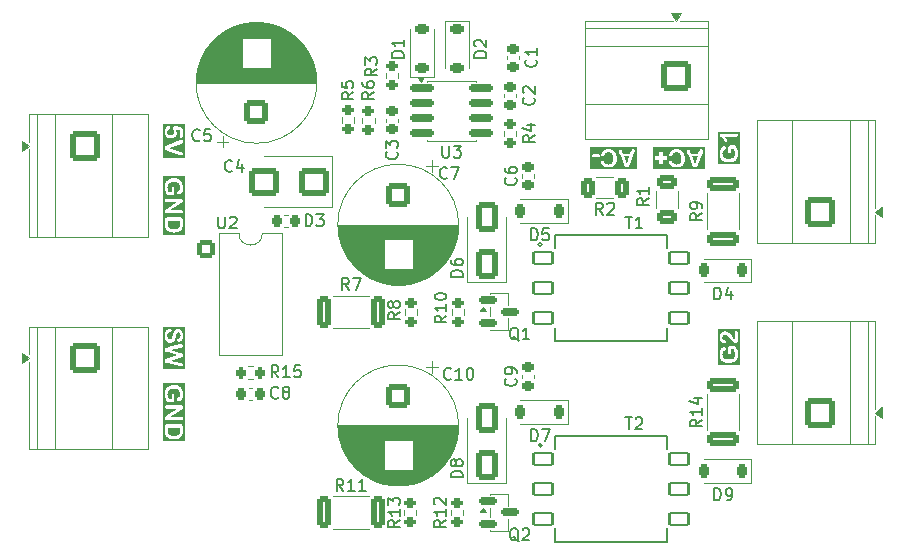
<source format=gbr>
%TF.GenerationSoftware,KiCad,Pcbnew,9.0.6*%
%TF.CreationDate,2025-12-09T22:28:09-06:00*%
%TF.ProjectId,QCW_Precharge,5143575f-5072-4656-9368-617267652e6b,rev?*%
%TF.SameCoordinates,Original*%
%TF.FileFunction,Legend,Top*%
%TF.FilePolarity,Positive*%
%FSLAX46Y46*%
G04 Gerber Fmt 4.6, Leading zero omitted, Abs format (unit mm)*
G04 Created by KiCad (PCBNEW 9.0.6) date 2025-12-09 22:28:09*
%MOMM*%
%LPD*%
G01*
G04 APERTURE LIST*
G04 Aperture macros list*
%AMRoundRect*
0 Rectangle with rounded corners*
0 $1 Rounding radius*
0 $2 $3 $4 $5 $6 $7 $8 $9 X,Y pos of 4 corners*
0 Add a 4 corners polygon primitive as box body*
4,1,4,$2,$3,$4,$5,$6,$7,$8,$9,$2,$3,0*
0 Add four circle primitives for the rounded corners*
1,1,$1+$1,$2,$3*
1,1,$1+$1,$4,$5*
1,1,$1+$1,$6,$7*
1,1,$1+$1,$8,$9*
0 Add four rect primitives between the rounded corners*
20,1,$1+$1,$2,$3,$4,$5,0*
20,1,$1+$1,$4,$5,$6,$7,0*
20,1,$1+$1,$6,$7,$8,$9,0*
20,1,$1+$1,$8,$9,$2,$3,0*%
G04 Aperture macros list end*
%ADD10C,0.125000*%
%ADD11C,0.150000*%
%ADD12C,0.120000*%
%ADD13C,0.127000*%
%ADD14C,0.200000*%
%ADD15RoundRect,0.250000X0.312500X0.625000X-0.312500X0.625000X-0.312500X-0.625000X0.312500X-0.625000X0*%
%ADD16RoundRect,0.250000X-0.625000X0.312500X-0.625000X-0.312500X0.625000X-0.312500X0.625000X0.312500X0*%
%ADD17RoundRect,0.102000X-0.800000X-0.500000X0.800000X-0.500000X0.800000X0.500000X-0.800000X0.500000X0*%
%ADD18RoundRect,0.225000X-0.225000X-0.250000X0.225000X-0.250000X0.225000X0.250000X-0.225000X0.250000X0*%
%ADD19RoundRect,0.250000X0.650000X-1.000000X0.650000X1.000000X-0.650000X1.000000X-0.650000X-1.000000X0*%
%ADD20RoundRect,0.250000X-0.750000X0.750000X-0.750000X-0.750000X0.750000X-0.750000X0.750000X0.750000X0*%
%ADD21C,2.000000*%
%ADD22C,3.200000*%
%ADD23RoundRect,0.150000X-0.825000X-0.150000X0.825000X-0.150000X0.825000X0.150000X-0.825000X0.150000X0*%
%ADD24RoundRect,0.225000X0.250000X-0.225000X0.250000X0.225000X-0.250000X0.225000X-0.250000X-0.225000X0*%
%ADD25RoundRect,0.200000X0.275000X-0.200000X0.275000X0.200000X-0.275000X0.200000X-0.275000X-0.200000X0*%
%ADD26RoundRect,0.250000X1.050000X1.050000X-1.050000X1.050000X-1.050000X-1.050000X1.050000X-1.050000X0*%
%ADD27C,2.600000*%
%ADD28RoundRect,0.250000X-1.050000X1.050000X-1.050000X-1.050000X1.050000X-1.050000X1.050000X1.050000X0*%
%ADD29RoundRect,0.200000X0.200000X0.275000X-0.200000X0.275000X-0.200000X-0.275000X0.200000X-0.275000X0*%
%ADD30RoundRect,0.250000X-0.362500X-1.075000X0.362500X-1.075000X0.362500X1.075000X-0.362500X1.075000X0*%
%ADD31RoundRect,0.250000X1.000000X0.900000X-1.000000X0.900000X-1.000000X-0.900000X1.000000X-0.900000X0*%
%ADD32RoundRect,0.250000X0.750000X-0.750000X0.750000X0.750000X-0.750000X0.750000X-0.750000X-0.750000X0*%
%ADD33RoundRect,0.200000X-0.275000X0.200000X-0.275000X-0.200000X0.275000X-0.200000X0.275000X0.200000X0*%
%ADD34RoundRect,0.225000X0.225000X0.375000X-0.225000X0.375000X-0.225000X-0.375000X0.225000X-0.375000X0*%
%ADD35RoundRect,0.250000X1.050000X-1.050000X1.050000X1.050000X-1.050000X1.050000X-1.050000X-1.050000X0*%
%ADD36RoundRect,0.150000X-0.587500X-0.150000X0.587500X-0.150000X0.587500X0.150000X-0.587500X0.150000X0*%
%ADD37RoundRect,0.250000X-0.550000X-0.550000X0.550000X-0.550000X0.550000X0.550000X-0.550000X0.550000X0*%
%ADD38C,1.600000*%
%ADD39RoundRect,0.225000X0.375000X-0.225000X0.375000X0.225000X-0.375000X0.225000X-0.375000X-0.225000X0*%
%ADD40RoundRect,0.250000X1.075000X-0.362500X1.075000X0.362500X-1.075000X0.362500X-1.075000X-0.362500X0*%
%ADD41RoundRect,0.225000X-0.375000X0.225000X-0.375000X-0.225000X0.375000X-0.225000X0.375000X0.225000X0*%
G04 APERTURE END LIST*
D10*
G36*
X218859624Y-87962536D02*
G01*
X218633120Y-87341182D01*
X219081916Y-87341182D01*
X218859624Y-87962536D01*
G37*
G36*
X219714873Y-88451604D02*
G01*
X215764883Y-88451604D01*
X215764883Y-87299600D01*
X215931550Y-87299600D01*
X215941125Y-87350061D01*
X215969010Y-87388993D01*
X216012989Y-87413748D01*
X216082125Y-87423248D01*
X216405991Y-87423248D01*
X216475142Y-87413751D01*
X216519198Y-87388993D01*
X216547012Y-87350069D01*
X216556567Y-87299600D01*
X216546845Y-87250144D01*
X216532617Y-87230815D01*
X216677742Y-87230815D01*
X216687569Y-87282933D01*
X216716668Y-87325337D01*
X216759451Y-87353849D01*
X216809908Y-87363347D01*
X216850514Y-87358648D01*
X216880350Y-87345899D01*
X216902140Y-87325795D01*
X216927625Y-87284601D01*
X216950317Y-87228800D01*
X216987399Y-87148885D01*
X217032984Y-87085834D01*
X217087062Y-87037100D01*
X217150385Y-87001554D01*
X217223553Y-86979584D01*
X217308896Y-86971887D01*
X217387804Y-86978579D01*
X217457622Y-86997897D01*
X217520013Y-87029406D01*
X217574273Y-87073036D01*
X217620650Y-87130310D01*
X217659323Y-87203521D01*
X217685422Y-87282858D01*
X217702384Y-87379251D01*
X217708508Y-87495880D01*
X217700401Y-87629221D01*
X217677937Y-87738761D01*
X217643231Y-87828485D01*
X217597408Y-87901720D01*
X217536632Y-87964564D01*
X217467822Y-88008545D01*
X217389353Y-88035307D01*
X217298638Y-88044602D01*
X217221817Y-88037996D01*
X217156461Y-88019235D01*
X217100435Y-87989098D01*
X217051173Y-87947885D01*
X217004555Y-87892848D01*
X216960575Y-87821577D01*
X216923616Y-87759860D01*
X216895454Y-87726048D01*
X216861082Y-87705930D01*
X216807893Y-87698296D01*
X216759684Y-87708181D01*
X216718775Y-87738230D01*
X216690995Y-87781472D01*
X216681864Y-87830370D01*
X216689444Y-87891774D01*
X216713613Y-87958543D01*
X216757701Y-88032603D01*
X216813581Y-88098120D01*
X216885491Y-88157979D01*
X216975871Y-88212213D01*
X217073221Y-88251974D01*
X217180873Y-88276466D01*
X217300744Y-88284937D01*
X217399395Y-88278895D01*
X217493028Y-88261051D01*
X217582478Y-88231539D01*
X217667033Y-88190473D01*
X217743629Y-88138848D01*
X217813013Y-88076201D01*
X217872927Y-88004403D01*
X217923302Y-87922891D01*
X217964230Y-87830553D01*
X217992892Y-87733449D01*
X218010770Y-87625564D01*
X218016987Y-87505405D01*
X218011618Y-87395416D01*
X217996012Y-87294105D01*
X217969557Y-87197067D01*
X217932998Y-87106892D01*
X217886299Y-87022973D01*
X217831515Y-86948440D01*
X217760835Y-86877799D01*
X217751179Y-86870862D01*
X218154648Y-86870862D01*
X218163725Y-86927393D01*
X218200718Y-87031788D01*
X218325990Y-87341182D01*
X218593186Y-88001096D01*
X218638798Y-88117325D01*
X218682854Y-88198841D01*
X218712822Y-88233071D01*
X218751547Y-88260848D01*
X218797530Y-88278502D01*
X218857609Y-88284937D01*
X218916736Y-88278534D01*
X218962664Y-88260848D01*
X219001238Y-88232891D01*
X219031266Y-88197834D01*
X219055632Y-88155838D01*
X219080450Y-88099923D01*
X219119926Y-87999081D01*
X219504151Y-87023545D01*
X219537948Y-86932411D01*
X219548206Y-86868847D01*
X219537571Y-86819185D01*
X219504151Y-86773501D01*
X219456377Y-86741885D01*
X219402668Y-86731552D01*
X219359431Y-86736487D01*
X219328020Y-86749798D01*
X219305398Y-86770662D01*
X219276534Y-86819731D01*
X219233591Y-86921512D01*
X219161875Y-87112571D01*
X218551237Y-87112571D01*
X218479430Y-86925634D01*
X218445175Y-86845858D01*
X218407714Y-86778722D01*
X218388331Y-86759259D01*
X218364758Y-86744283D01*
X218337430Y-86734920D01*
X218303209Y-86731552D01*
X218246247Y-86742425D01*
X218198245Y-86775058D01*
X218165081Y-86821844D01*
X218154648Y-86870862D01*
X217751179Y-86870862D01*
X217685518Y-86823693D01*
X217602453Y-86782920D01*
X217508748Y-86753992D01*
X217408421Y-86737416D01*
X217292501Y-86731552D01*
X217188944Y-86737521D01*
X217097991Y-86754546D01*
X217017911Y-86781653D01*
X216942188Y-86819511D01*
X216878082Y-86863013D01*
X216824288Y-86912078D01*
X216757176Y-86995222D01*
X216713096Y-87075751D01*
X216686058Y-87158561D01*
X216677742Y-87230815D01*
X216532617Y-87230815D01*
X216518190Y-87211215D01*
X216473546Y-87186421D01*
X216405991Y-87177051D01*
X216082125Y-87177051D01*
X216012103Y-87186586D01*
X215968461Y-87211215D01*
X215940952Y-87250023D01*
X215931550Y-87299600D01*
X215764883Y-87299600D01*
X215764883Y-86564885D01*
X219714873Y-86564885D01*
X219714873Y-88451604D01*
G37*
G36*
X181451604Y-87447660D02*
G01*
X179564885Y-87447660D01*
X179564885Y-86621079D01*
X179731552Y-86621079D01*
X179738044Y-86679277D01*
X179756099Y-86725035D01*
X179784422Y-86763637D01*
X179819113Y-86793179D01*
X179859725Y-86816821D01*
X179908323Y-86838333D01*
X180015393Y-86877259D01*
X180996974Y-87241059D01*
X181048723Y-87259469D01*
X181099923Y-87274856D01*
X181148649Y-87280993D01*
X181180768Y-87276407D01*
X181213679Y-87262033D01*
X181242690Y-87239572D01*
X181265428Y-87209735D01*
X181280048Y-87175111D01*
X181284937Y-87137561D01*
X181278173Y-87088287D01*
X181259841Y-87053481D01*
X181232654Y-87026710D01*
X181203421Y-87009425D01*
X181092229Y-86969492D01*
X180077400Y-86628315D01*
X181085085Y-86288054D01*
X181181631Y-86251861D01*
X181237218Y-86221925D01*
X181262757Y-86196786D01*
X181278935Y-86161316D01*
X181284937Y-86111833D01*
X181280005Y-86071271D01*
X181265737Y-86036532D01*
X181241889Y-86006228D01*
X181195682Y-85974388D01*
X181146634Y-85964280D01*
X181096351Y-85970874D01*
X181041030Y-85987269D01*
X180988823Y-86006320D01*
X180015393Y-86363891D01*
X179908781Y-86402818D01*
X179819113Y-86448430D01*
X179783682Y-86478492D01*
X179755641Y-86517032D01*
X179737928Y-86562836D01*
X179731552Y-86621079D01*
X179564885Y-86621079D01*
X179564885Y-85273591D01*
X179731552Y-85273591D01*
X179739888Y-85380973D01*
X179763976Y-85476793D01*
X179803176Y-85563019D01*
X179857113Y-85640848D01*
X179921342Y-85704460D01*
X179996708Y-85755177D01*
X180080183Y-85791962D01*
X180169866Y-85814249D01*
X180267177Y-85821855D01*
X180366939Y-85812491D01*
X180458602Y-85784944D01*
X180542178Y-85740802D01*
X180612750Y-85683461D01*
X180670628Y-85613793D01*
X180714599Y-85533344D01*
X180742160Y-85445200D01*
X180751510Y-85349429D01*
X180743768Y-85269120D01*
X180719123Y-85180301D01*
X180674665Y-85080975D01*
X181003569Y-85139410D01*
X181003569Y-85626125D01*
X181012630Y-85695740D01*
X181036267Y-85740889D01*
X181073898Y-85769974D01*
X181122179Y-85779815D01*
X181174556Y-85770205D01*
X181210696Y-85743346D01*
X181234524Y-85696405D01*
X181243904Y-85619989D01*
X181243904Y-85078960D01*
X181238655Y-85021527D01*
X181224798Y-84980557D01*
X181203970Y-84951832D01*
X181156038Y-84920746D01*
X181076201Y-84898618D01*
X180588753Y-84812522D01*
X180519602Y-84801256D01*
X180477008Y-84810613D01*
X180437628Y-84840182D01*
X180410434Y-84882245D01*
X180401541Y-84929301D01*
X180412708Y-84976570D01*
X180455305Y-85046629D01*
X180530684Y-85155805D01*
X180545771Y-85200476D01*
X180552208Y-85281835D01*
X180543434Y-85350653D01*
X180517587Y-85411894D01*
X180475087Y-85463582D01*
X180412898Y-85505134D01*
X180338104Y-85530774D01*
X180243729Y-85540030D01*
X180155328Y-85531647D01*
X180079690Y-85507698D01*
X180014614Y-85468156D01*
X179966209Y-85416015D01*
X179935521Y-85352466D01*
X179924993Y-85277713D01*
X179930696Y-85221971D01*
X179947572Y-85170415D01*
X179976009Y-85121917D01*
X180013618Y-85079601D01*
X180060782Y-85042743D01*
X180118891Y-85011275D01*
X180177040Y-84976205D01*
X180208536Y-84934286D01*
X180219000Y-84883230D01*
X180209968Y-84837121D01*
X180183096Y-84799699D01*
X180145256Y-84774262D01*
X180107350Y-84766360D01*
X180040564Y-84776985D01*
X179954302Y-84813987D01*
X179900640Y-84851054D01*
X179848996Y-84904009D01*
X179799146Y-84975920D01*
X179763203Y-85054980D01*
X179739967Y-85152797D01*
X179731552Y-85273591D01*
X179564885Y-85273591D01*
X179564885Y-84599693D01*
X181451604Y-84599693D01*
X181451604Y-87447660D01*
G37*
G36*
X181015293Y-93022609D02*
G01*
X181007122Y-93156402D01*
X180985068Y-93260288D01*
X180957276Y-93320366D01*
X180911463Y-93375252D01*
X180844109Y-93425793D01*
X180766938Y-93460255D01*
X180658930Y-93483921D01*
X180510992Y-93492930D01*
X180379564Y-93485354D01*
X180273314Y-93464532D01*
X180187931Y-93432702D01*
X180119775Y-93391179D01*
X180066043Y-93340247D01*
X180039928Y-93303776D01*
X180019972Y-93260288D01*
X179999456Y-93171170D01*
X179995334Y-93052285D01*
X179995334Y-92821750D01*
X181015293Y-92821750D01*
X181015293Y-93022609D01*
G37*
G36*
X181451604Y-93967984D02*
G01*
X179564885Y-93967984D01*
X179564885Y-92710009D01*
X179755000Y-92710009D01*
X179755000Y-93052285D01*
X179755000Y-93106598D01*
X179758486Y-93207481D01*
X179768189Y-93292620D01*
X179786465Y-93372994D01*
X179814076Y-93446859D01*
X179851871Y-93515536D01*
X179900629Y-93579025D01*
X179976263Y-93649119D01*
X180060914Y-93705055D01*
X180154721Y-93747336D01*
X180262231Y-93777778D01*
X180377065Y-93795171D01*
X180509069Y-93801317D01*
X180649783Y-93793718D01*
X180771933Y-93772174D01*
X180878025Y-93738148D01*
X180970232Y-93692507D01*
X181050329Y-93635482D01*
X181119615Y-93566660D01*
X181166938Y-93503680D01*
X181202497Y-93436954D01*
X181226960Y-93365801D01*
X181247875Y-93249437D01*
X181255628Y-93100462D01*
X181255628Y-92703964D01*
X181249842Y-92639788D01*
X181234550Y-92593824D01*
X181211572Y-92561448D01*
X181179308Y-92538475D01*
X181133442Y-92523182D01*
X181069331Y-92517393D01*
X179968956Y-92517393D01*
X179899689Y-92520974D01*
X179850712Y-92530216D01*
X179810447Y-92550204D01*
X179780095Y-92584987D01*
X179762186Y-92632922D01*
X179755000Y-92710009D01*
X179564885Y-92710009D01*
X179564885Y-91067507D01*
X179731552Y-91067507D01*
X179736596Y-91107198D01*
X179751172Y-91140843D01*
X179775607Y-91169905D01*
X179807419Y-91191071D01*
X179849778Y-91204840D01*
X179905850Y-91209931D01*
X180786681Y-91209931D01*
X179910979Y-91780635D01*
X179840729Y-91829819D01*
X179780737Y-91883125D01*
X179758344Y-91913198D01*
X179743367Y-91944583D01*
X179734628Y-91978680D01*
X179731552Y-92018405D01*
X179739640Y-92078011D01*
X179761827Y-92121603D01*
X179797930Y-92153346D01*
X179851551Y-92174345D01*
X179929297Y-92182353D01*
X181110730Y-92182353D01*
X181167678Y-92177461D01*
X181210079Y-92164344D01*
X181241339Y-92144434D01*
X181265265Y-92116558D01*
X181279807Y-92082671D01*
X181284937Y-92040936D01*
X181279836Y-92000639D01*
X181265286Y-91967564D01*
X181241156Y-91940003D01*
X181209822Y-91920411D01*
X181167219Y-91907468D01*
X181109906Y-91902634D01*
X180212222Y-91902634D01*
X181101663Y-91317550D01*
X181176768Y-91269831D01*
X181235478Y-91224768D01*
X181255821Y-91201028D01*
X181271564Y-91173569D01*
X181281384Y-91142502D01*
X181284937Y-91103410D01*
X181277680Y-91053081D01*
X181255719Y-91006049D01*
X181221955Y-90967090D01*
X181180431Y-90941477D01*
X181134209Y-90929733D01*
X181064660Y-90925082D01*
X179905758Y-90925082D01*
X179850282Y-90930021D01*
X179808050Y-90943409D01*
X179776065Y-90964009D01*
X179751504Y-90992541D01*
X179736720Y-91026481D01*
X179731552Y-91067507D01*
X179564885Y-91067507D01*
X179564885Y-89964109D01*
X179731552Y-89964109D01*
X179740231Y-90109266D01*
X179765166Y-90238699D01*
X179807617Y-90364419D01*
X179872236Y-90501016D01*
X179899336Y-90545323D01*
X179925542Y-90578410D01*
X179955433Y-90604221D01*
X179987641Y-90619901D01*
X180025044Y-90627996D01*
X180079507Y-90631167D01*
X180367927Y-90631167D01*
X180439924Y-90623441D01*
X180484797Y-90603964D01*
X180517017Y-90572418D01*
X180535081Y-90532798D01*
X180543274Y-90486243D01*
X180546346Y-90425178D01*
X180546346Y-90079880D01*
X180537619Y-90022305D01*
X180513557Y-89980962D01*
X180476538Y-89953754D01*
X180430484Y-89944600D01*
X180391967Y-89949893D01*
X180363825Y-89964429D01*
X180343381Y-89988106D01*
X180325065Y-90037672D01*
X180317735Y-90116791D01*
X180317735Y-90352455D01*
X180073004Y-90352455D01*
X180026908Y-90256506D01*
X179993777Y-90164419D01*
X179973112Y-90069559D01*
X179966025Y-89966124D01*
X179975685Y-89859526D01*
X180003085Y-89769518D01*
X180047160Y-89692890D01*
X180108633Y-89627420D01*
X180182438Y-89577063D01*
X180272577Y-89539220D01*
X180382381Y-89514841D01*
X180515938Y-89506062D01*
X180634694Y-89514163D01*
X180738504Y-89537295D01*
X180832790Y-89576268D01*
X180908314Y-89627420D01*
X180969436Y-89692445D01*
X181014010Y-89769386D01*
X181041000Y-89856232D01*
X181050464Y-89957972D01*
X181042071Y-90055004D01*
X181019689Y-90126408D01*
X180984424Y-90187065D01*
X180943852Y-90231463D01*
X180810678Y-90326810D01*
X180786046Y-90349801D01*
X180767630Y-90377551D01*
X180756128Y-90408543D01*
X180752335Y-90440566D01*
X180762468Y-90495862D01*
X180792726Y-90542507D01*
X180837591Y-90574512D01*
X180890637Y-90585096D01*
X180944665Y-90576767D01*
X181012453Y-90548185D01*
X181077694Y-90503699D01*
X181142604Y-90438551D01*
X181197073Y-90357973D01*
X181244453Y-90248957D01*
X181266334Y-90170101D01*
X181280111Y-90081082D01*
X181284937Y-89980504D01*
X181278588Y-89858475D01*
X181260335Y-89749018D01*
X181231081Y-89650593D01*
X181189267Y-89557207D01*
X181137558Y-89475269D01*
X181075834Y-89403572D01*
X181004153Y-89342033D01*
X180922253Y-89290848D01*
X180828905Y-89249882D01*
X180730659Y-89221334D01*
X180624145Y-89203731D01*
X180508244Y-89197675D01*
X180390302Y-89203956D01*
X180283152Y-89222122D01*
X180185478Y-89251439D01*
X180092731Y-89293168D01*
X180011142Y-89344544D01*
X179939556Y-89405678D01*
X179877744Y-89476615D01*
X179826212Y-89557182D01*
X179784767Y-89648486D01*
X179755685Y-89744792D01*
X179737736Y-89849602D01*
X179731552Y-89964109D01*
X179564885Y-89964109D01*
X179564885Y-89031008D01*
X181451604Y-89031008D01*
X181451604Y-93967984D01*
G37*
G36*
X228435114Y-105018642D02*
G01*
X226548395Y-105018642D01*
X226548395Y-104069146D01*
X226715062Y-104069146D01*
X226721411Y-104191175D01*
X226739664Y-104300632D01*
X226768918Y-104399057D01*
X226810732Y-104492443D01*
X226862441Y-104574381D01*
X226924165Y-104646078D01*
X226995846Y-104707617D01*
X227077746Y-104758802D01*
X227171094Y-104799768D01*
X227269340Y-104828316D01*
X227375854Y-104845919D01*
X227491755Y-104851975D01*
X227609697Y-104845694D01*
X227716847Y-104827528D01*
X227814521Y-104798211D01*
X227907268Y-104756482D01*
X227988857Y-104705106D01*
X228060443Y-104643972D01*
X228122255Y-104573035D01*
X228173787Y-104492468D01*
X228215232Y-104401164D01*
X228244314Y-104304858D01*
X228262263Y-104200048D01*
X228268447Y-104085541D01*
X228259768Y-103940384D01*
X228234833Y-103810951D01*
X228192382Y-103685231D01*
X228127763Y-103548634D01*
X228100663Y-103504327D01*
X228074457Y-103471240D01*
X228044566Y-103445429D01*
X228012358Y-103429749D01*
X227974955Y-103421654D01*
X227920492Y-103418483D01*
X227632072Y-103418483D01*
X227560075Y-103426209D01*
X227515202Y-103445686D01*
X227482982Y-103477232D01*
X227464918Y-103516852D01*
X227456725Y-103563407D01*
X227453653Y-103624472D01*
X227453653Y-103969770D01*
X227462380Y-104027345D01*
X227486442Y-104068688D01*
X227523461Y-104095896D01*
X227569515Y-104105050D01*
X227608032Y-104099757D01*
X227636174Y-104085221D01*
X227656618Y-104061544D01*
X227674934Y-104011978D01*
X227682264Y-103932859D01*
X227682264Y-103697195D01*
X227926995Y-103697195D01*
X227973091Y-103793144D01*
X228006222Y-103885231D01*
X228026887Y-103980091D01*
X228033974Y-104083526D01*
X228024314Y-104190124D01*
X227996914Y-104280132D01*
X227952839Y-104356760D01*
X227891366Y-104422230D01*
X227817561Y-104472587D01*
X227727422Y-104510430D01*
X227617618Y-104534809D01*
X227484061Y-104543588D01*
X227365305Y-104535487D01*
X227261495Y-104512355D01*
X227167209Y-104473382D01*
X227091685Y-104422230D01*
X227030563Y-104357205D01*
X226985989Y-104280264D01*
X226958999Y-104193418D01*
X226949535Y-104091678D01*
X226957928Y-103994646D01*
X226980310Y-103923242D01*
X227015575Y-103862585D01*
X227056147Y-103818187D01*
X227189321Y-103722840D01*
X227213953Y-103699849D01*
X227232369Y-103672099D01*
X227243871Y-103641107D01*
X227247664Y-103609084D01*
X227237531Y-103553788D01*
X227207273Y-103507143D01*
X227162408Y-103475138D01*
X227109362Y-103464554D01*
X227055334Y-103472883D01*
X226987546Y-103501465D01*
X226922305Y-103545951D01*
X226857395Y-103611099D01*
X226802926Y-103691677D01*
X226755546Y-103800693D01*
X226733665Y-103879549D01*
X226719888Y-103968568D01*
X226715062Y-104069146D01*
X226548395Y-104069146D01*
X226548395Y-102659377D01*
X226732648Y-102659377D01*
X226742795Y-102784409D01*
X226771024Y-102886339D01*
X226816361Y-102976291D01*
X226871775Y-103046166D01*
X226938281Y-103101754D01*
X227010810Y-103140962D01*
X227087443Y-103165116D01*
X227158088Y-103172744D01*
X227211409Y-103163854D01*
X227250137Y-103138947D01*
X227275259Y-103101172D01*
X227283843Y-103053859D01*
X227274074Y-103001383D01*
X227246748Y-102965291D01*
X227204636Y-102938128D01*
X227140686Y-102910977D01*
X227056239Y-102876631D01*
X227003271Y-102833424D01*
X226967017Y-102784710D01*
X226945302Y-102729419D01*
X226937812Y-102665513D01*
X226945095Y-102604184D01*
X226966663Y-102548277D01*
X227001342Y-102500041D01*
X227047538Y-102463188D01*
X227102362Y-102439859D01*
X227165416Y-102431864D01*
X227225734Y-102438919D01*
X227289521Y-102461082D01*
X227350777Y-102496085D01*
X227413078Y-102546170D01*
X227471419Y-102606992D01*
X227533062Y-102686030D01*
X227574861Y-102739905D01*
X227666419Y-102842833D01*
X227909959Y-103088755D01*
X227949098Y-103118923D01*
X228005489Y-103149206D01*
X228064054Y-103171001D01*
X228103033Y-103176866D01*
X228156141Y-103166259D01*
X228202593Y-103133818D01*
X228225468Y-103102663D01*
X228239829Y-103063470D01*
X228245000Y-103013926D01*
X228245000Y-102259765D01*
X228235536Y-102198404D01*
X228210378Y-102158831D01*
X228172138Y-102133908D01*
X228125840Y-102125492D01*
X228090587Y-102130322D01*
X228061576Y-102144196D01*
X228037271Y-102167532D01*
X228013713Y-102215792D01*
X228004665Y-102289440D01*
X228004665Y-102824332D01*
X227937711Y-102774140D01*
X227863188Y-102702700D01*
X227741523Y-102562565D01*
X227556143Y-102342746D01*
X227489228Y-102280542D01*
X227392836Y-102214152D01*
X227321127Y-102179277D01*
X227244367Y-102158281D01*
X227161202Y-102151138D01*
X227081490Y-102158691D01*
X227004582Y-102181363D01*
X226933379Y-102217750D01*
X226871591Y-102265901D01*
X226820217Y-102324586D01*
X226781191Y-102391931D01*
X226755158Y-102467228D01*
X226738552Y-102555619D01*
X226732648Y-102659377D01*
X226548395Y-102659377D01*
X226548395Y-101958825D01*
X228435114Y-101958825D01*
X228435114Y-105018642D01*
G37*
G36*
X181451604Y-105312101D02*
G01*
X179564885Y-105312101D01*
X179564885Y-103737588D01*
X179731552Y-103737588D01*
X179740924Y-103802078D01*
X179766815Y-103849237D01*
X179805098Y-103885501D01*
X179846591Y-103908130D01*
X179993319Y-103953743D01*
X180892194Y-104199665D01*
X179993319Y-104442564D01*
X179844484Y-104488634D01*
X179804011Y-104510833D01*
X179766265Y-104546978D01*
X179740790Y-104594168D01*
X179731552Y-104658719D01*
X179741254Y-104726510D01*
X179767364Y-104772933D01*
X179806549Y-104807772D01*
X179850895Y-104830361D01*
X180001013Y-104872859D01*
X181012362Y-105122903D01*
X181098755Y-105140890D01*
X181146634Y-105145434D01*
X181201308Y-105134958D01*
X181245461Y-105103943D01*
X181274973Y-105058206D01*
X181284937Y-105003010D01*
X181276614Y-104948815D01*
X181254162Y-104912335D01*
X181221136Y-104885526D01*
X181184553Y-104868279D01*
X181077025Y-104841077D01*
X180200498Y-104644431D01*
X181020696Y-104422048D01*
X181166143Y-104377992D01*
X181207570Y-104355738D01*
X181247568Y-104319008D01*
X181274832Y-104270295D01*
X181284937Y-104199665D01*
X181275276Y-104129538D01*
X181249033Y-104079772D01*
X181209508Y-104041577D01*
X181164036Y-104016208D01*
X181020696Y-103972244D01*
X180200498Y-103751967D01*
X181077025Y-103555230D01*
X181171776Y-103530111D01*
X181231631Y-103504946D01*
X181260118Y-103481253D01*
X181278155Y-103445582D01*
X181284937Y-103393297D01*
X181274793Y-103337354D01*
X181244911Y-103291814D01*
X181200502Y-103261161D01*
X181146634Y-103250873D01*
X181095716Y-103255573D01*
X181012362Y-103273404D01*
X180001013Y-103523448D01*
X179903194Y-103549002D01*
X179852811Y-103565907D01*
X179811969Y-103585913D01*
X179777730Y-103612114D01*
X179752618Y-103644806D01*
X179737221Y-103684496D01*
X179731552Y-103737588D01*
X179564885Y-103737588D01*
X179564885Y-102524556D01*
X179731552Y-102524556D01*
X179738918Y-102647037D01*
X179759813Y-102753129D01*
X179792918Y-102845216D01*
X179840471Y-102930160D01*
X179897007Y-102997891D01*
X179962820Y-103050655D01*
X180037750Y-103089508D01*
X180118724Y-103112917D01*
X180207368Y-103120905D01*
X180282357Y-103115989D01*
X180345789Y-103102167D01*
X180399526Y-103080422D01*
X180471098Y-103032019D01*
X180529127Y-102967673D01*
X180575326Y-102890139D01*
X180616230Y-102792459D01*
X180649799Y-102686210D01*
X180681810Y-102562474D01*
X180720736Y-102416936D01*
X180757555Y-102329833D01*
X180784114Y-102290626D01*
X180813975Y-102262147D01*
X180849366Y-102243886D01*
X180891828Y-102237601D01*
X180936785Y-102245199D01*
X180977719Y-102268302D01*
X181016300Y-102309866D01*
X181044012Y-102360510D01*
X181061685Y-102422905D01*
X181068049Y-102499918D01*
X181061606Y-102583653D01*
X181044766Y-102643068D01*
X181020055Y-102684290D01*
X180964656Y-102736116D01*
X180886332Y-102782751D01*
X180832680Y-102815595D01*
X180801794Y-102841644D01*
X180783067Y-102873371D01*
X180776057Y-102921053D01*
X180786924Y-102973647D01*
X180819654Y-103016858D01*
X180866369Y-103045871D01*
X180917657Y-103055326D01*
X180976745Y-103047932D01*
X181039747Y-103024551D01*
X181099140Y-102986283D01*
X181159182Y-102927190D01*
X181209362Y-102854085D01*
X181250498Y-102759670D01*
X181275734Y-102653484D01*
X181284937Y-102520434D01*
X181278711Y-102405856D01*
X181261042Y-102306113D01*
X181233096Y-102219191D01*
X181192314Y-102138399D01*
X181142986Y-102073911D01*
X181084993Y-102023461D01*
X181018054Y-101986071D01*
X180945123Y-101963562D01*
X180864534Y-101955867D01*
X180779771Y-101963480D01*
X180707970Y-101985097D01*
X180646639Y-102019889D01*
X180593034Y-102066804D01*
X180546948Y-102124069D01*
X180508153Y-102192996D01*
X180462518Y-102309592D01*
X180419493Y-102464105D01*
X180367194Y-102657179D01*
X180336430Y-102723934D01*
X180296028Y-102775057D01*
X180262485Y-102800031D01*
X180222604Y-102815301D01*
X180174578Y-102820669D01*
X180115868Y-102811494D01*
X180064179Y-102784148D01*
X180017316Y-102736131D01*
X179983403Y-102676743D01*
X179961970Y-102604520D01*
X179954302Y-102516312D01*
X179962881Y-102423614D01*
X179985534Y-102357493D01*
X180021745Y-102302949D01*
X180064944Y-102263704D01*
X180116816Y-102232738D01*
X180184836Y-102201789D01*
X180239967Y-102174459D01*
X180275969Y-102144911D01*
X180298932Y-102108175D01*
X180306744Y-102063395D01*
X180296681Y-102008717D01*
X180267268Y-101965484D01*
X180223949Y-101936712D01*
X180172655Y-101927107D01*
X180110815Y-101933727D01*
X180045894Y-101954396D01*
X179976558Y-101991129D01*
X179913668Y-102038277D01*
X179860156Y-102093596D01*
X179815358Y-102157733D01*
X179770546Y-102257437D01*
X179741853Y-102378207D01*
X179731552Y-102524556D01*
X179564885Y-102524556D01*
X179564885Y-101760440D01*
X181451604Y-101760440D01*
X181451604Y-105312101D01*
G37*
G36*
X224621941Y-87962536D02*
G01*
X224395437Y-87341182D01*
X224844233Y-87341182D01*
X224621941Y-87962536D01*
G37*
G36*
X225477190Y-88451604D02*
G01*
X221052758Y-88451604D01*
X221052758Y-87358768D01*
X221219425Y-87358768D01*
X221219425Y-87628412D01*
X221613908Y-87628412D01*
X221613908Y-88021154D01*
X221878239Y-88021154D01*
X221878239Y-87628412D01*
X222270707Y-87628412D01*
X222270707Y-87358768D01*
X221878239Y-87358768D01*
X221878239Y-87230815D01*
X222440059Y-87230815D01*
X222449886Y-87282933D01*
X222478985Y-87325337D01*
X222521768Y-87353849D01*
X222572225Y-87363347D01*
X222612831Y-87358648D01*
X222642667Y-87345899D01*
X222664457Y-87325795D01*
X222689942Y-87284601D01*
X222712634Y-87228800D01*
X222749716Y-87148885D01*
X222795301Y-87085834D01*
X222849379Y-87037100D01*
X222912702Y-87001554D01*
X222985870Y-86979584D01*
X223071213Y-86971887D01*
X223150121Y-86978579D01*
X223219939Y-86997897D01*
X223282330Y-87029406D01*
X223336590Y-87073036D01*
X223382967Y-87130310D01*
X223421640Y-87203521D01*
X223447739Y-87282858D01*
X223464701Y-87379251D01*
X223470825Y-87495880D01*
X223462718Y-87629221D01*
X223440254Y-87738761D01*
X223405548Y-87828485D01*
X223359725Y-87901720D01*
X223298949Y-87964564D01*
X223230139Y-88008545D01*
X223151670Y-88035307D01*
X223060955Y-88044602D01*
X222984134Y-88037996D01*
X222918778Y-88019235D01*
X222862752Y-87989098D01*
X222813490Y-87947885D01*
X222766872Y-87892848D01*
X222722892Y-87821577D01*
X222685933Y-87759860D01*
X222657771Y-87726048D01*
X222623399Y-87705930D01*
X222570210Y-87698296D01*
X222522001Y-87708181D01*
X222481092Y-87738230D01*
X222453312Y-87781472D01*
X222444181Y-87830370D01*
X222451761Y-87891774D01*
X222475930Y-87958543D01*
X222520018Y-88032603D01*
X222575898Y-88098120D01*
X222647808Y-88157979D01*
X222738188Y-88212213D01*
X222835538Y-88251974D01*
X222943190Y-88276466D01*
X223063061Y-88284937D01*
X223161712Y-88278895D01*
X223255345Y-88261051D01*
X223344795Y-88231539D01*
X223429350Y-88190473D01*
X223505946Y-88138848D01*
X223575330Y-88076201D01*
X223635244Y-88004403D01*
X223685619Y-87922891D01*
X223726547Y-87830553D01*
X223755209Y-87733449D01*
X223773087Y-87625564D01*
X223779304Y-87505405D01*
X223773935Y-87395416D01*
X223758329Y-87294105D01*
X223731874Y-87197067D01*
X223695315Y-87106892D01*
X223648616Y-87022973D01*
X223593832Y-86948440D01*
X223523152Y-86877799D01*
X223513496Y-86870862D01*
X223916965Y-86870862D01*
X223926042Y-86927393D01*
X223963035Y-87031788D01*
X224088307Y-87341182D01*
X224355503Y-88001096D01*
X224401115Y-88117325D01*
X224445171Y-88198841D01*
X224475139Y-88233071D01*
X224513864Y-88260848D01*
X224559847Y-88278502D01*
X224619926Y-88284937D01*
X224679053Y-88278534D01*
X224724981Y-88260848D01*
X224763555Y-88232891D01*
X224793583Y-88197834D01*
X224817949Y-88155838D01*
X224842767Y-88099923D01*
X224882243Y-87999081D01*
X225266468Y-87023545D01*
X225300265Y-86932411D01*
X225310523Y-86868847D01*
X225299888Y-86819185D01*
X225266468Y-86773501D01*
X225218694Y-86741885D01*
X225164985Y-86731552D01*
X225121748Y-86736487D01*
X225090337Y-86749798D01*
X225067715Y-86770662D01*
X225038851Y-86819731D01*
X224995908Y-86921512D01*
X224924192Y-87112571D01*
X224313554Y-87112571D01*
X224241747Y-86925634D01*
X224207492Y-86845858D01*
X224170031Y-86778722D01*
X224150648Y-86759259D01*
X224127075Y-86744283D01*
X224099747Y-86734920D01*
X224065526Y-86731552D01*
X224008564Y-86742425D01*
X223960562Y-86775058D01*
X223927398Y-86821844D01*
X223916965Y-86870862D01*
X223513496Y-86870862D01*
X223447835Y-86823693D01*
X223364770Y-86782920D01*
X223271065Y-86753992D01*
X223170738Y-86737416D01*
X223054818Y-86731552D01*
X222951261Y-86737521D01*
X222860308Y-86754546D01*
X222780228Y-86781653D01*
X222704505Y-86819511D01*
X222640399Y-86863013D01*
X222586605Y-86912078D01*
X222519493Y-86995222D01*
X222475413Y-87075751D01*
X222448375Y-87158561D01*
X222440059Y-87230815D01*
X221878239Y-87230815D01*
X221878239Y-86971887D01*
X221613908Y-86971887D01*
X221613908Y-87358768D01*
X221219425Y-87358768D01*
X221052758Y-87358768D01*
X221052758Y-86564885D01*
X225477190Y-86564885D01*
X225477190Y-88451604D01*
G37*
G36*
X181015293Y-110522609D02*
G01*
X181007122Y-110656402D01*
X180985068Y-110760288D01*
X180957276Y-110820366D01*
X180911463Y-110875252D01*
X180844109Y-110925793D01*
X180766938Y-110960255D01*
X180658930Y-110983921D01*
X180510992Y-110992930D01*
X180379564Y-110985354D01*
X180273314Y-110964532D01*
X180187931Y-110932702D01*
X180119775Y-110891179D01*
X180066043Y-110840247D01*
X180039928Y-110803776D01*
X180019972Y-110760288D01*
X179999456Y-110671170D01*
X179995334Y-110552285D01*
X179995334Y-110321750D01*
X181015293Y-110321750D01*
X181015293Y-110522609D01*
G37*
G36*
X181451604Y-111467984D02*
G01*
X179564885Y-111467984D01*
X179564885Y-110210009D01*
X179755000Y-110210009D01*
X179755000Y-110552285D01*
X179755000Y-110606598D01*
X179758486Y-110707481D01*
X179768189Y-110792620D01*
X179786465Y-110872994D01*
X179814076Y-110946859D01*
X179851871Y-111015536D01*
X179900629Y-111079025D01*
X179976263Y-111149119D01*
X180060914Y-111205055D01*
X180154721Y-111247336D01*
X180262231Y-111277778D01*
X180377065Y-111295171D01*
X180509069Y-111301317D01*
X180649783Y-111293718D01*
X180771933Y-111272174D01*
X180878025Y-111238148D01*
X180970232Y-111192507D01*
X181050329Y-111135482D01*
X181119615Y-111066660D01*
X181166938Y-111003680D01*
X181202497Y-110936954D01*
X181226960Y-110865801D01*
X181247875Y-110749437D01*
X181255628Y-110600462D01*
X181255628Y-110203964D01*
X181249842Y-110139788D01*
X181234550Y-110093824D01*
X181211572Y-110061448D01*
X181179308Y-110038475D01*
X181133442Y-110023182D01*
X181069331Y-110017393D01*
X179968956Y-110017393D01*
X179899689Y-110020974D01*
X179850712Y-110030216D01*
X179810447Y-110050204D01*
X179780095Y-110084987D01*
X179762186Y-110132922D01*
X179755000Y-110210009D01*
X179564885Y-110210009D01*
X179564885Y-108567507D01*
X179731552Y-108567507D01*
X179736596Y-108607198D01*
X179751172Y-108640843D01*
X179775607Y-108669905D01*
X179807419Y-108691071D01*
X179849778Y-108704840D01*
X179905850Y-108709931D01*
X180786681Y-108709931D01*
X179910979Y-109280635D01*
X179840729Y-109329819D01*
X179780737Y-109383125D01*
X179758344Y-109413198D01*
X179743367Y-109444583D01*
X179734628Y-109478680D01*
X179731552Y-109518405D01*
X179739640Y-109578011D01*
X179761827Y-109621603D01*
X179797930Y-109653346D01*
X179851551Y-109674345D01*
X179929297Y-109682353D01*
X181110730Y-109682353D01*
X181167678Y-109677461D01*
X181210079Y-109664344D01*
X181241339Y-109644434D01*
X181265265Y-109616558D01*
X181279807Y-109582671D01*
X181284937Y-109540936D01*
X181279836Y-109500639D01*
X181265286Y-109467564D01*
X181241156Y-109440003D01*
X181209822Y-109420411D01*
X181167219Y-109407468D01*
X181109906Y-109402634D01*
X180212222Y-109402634D01*
X181101663Y-108817550D01*
X181176768Y-108769831D01*
X181235478Y-108724768D01*
X181255821Y-108701028D01*
X181271564Y-108673569D01*
X181281384Y-108642502D01*
X181284937Y-108603410D01*
X181277680Y-108553081D01*
X181255719Y-108506049D01*
X181221955Y-108467090D01*
X181180431Y-108441477D01*
X181134209Y-108429733D01*
X181064660Y-108425082D01*
X179905758Y-108425082D01*
X179850282Y-108430021D01*
X179808050Y-108443409D01*
X179776065Y-108464009D01*
X179751504Y-108492541D01*
X179736720Y-108526481D01*
X179731552Y-108567507D01*
X179564885Y-108567507D01*
X179564885Y-107464109D01*
X179731552Y-107464109D01*
X179740231Y-107609266D01*
X179765166Y-107738699D01*
X179807617Y-107864419D01*
X179872236Y-108001016D01*
X179899336Y-108045323D01*
X179925542Y-108078410D01*
X179955433Y-108104221D01*
X179987641Y-108119901D01*
X180025044Y-108127996D01*
X180079507Y-108131167D01*
X180367927Y-108131167D01*
X180439924Y-108123441D01*
X180484797Y-108103964D01*
X180517017Y-108072418D01*
X180535081Y-108032798D01*
X180543274Y-107986243D01*
X180546346Y-107925178D01*
X180546346Y-107579880D01*
X180537619Y-107522305D01*
X180513557Y-107480962D01*
X180476538Y-107453754D01*
X180430484Y-107444600D01*
X180391967Y-107449893D01*
X180363825Y-107464429D01*
X180343381Y-107488106D01*
X180325065Y-107537672D01*
X180317735Y-107616791D01*
X180317735Y-107852455D01*
X180073004Y-107852455D01*
X180026908Y-107756506D01*
X179993777Y-107664419D01*
X179973112Y-107569559D01*
X179966025Y-107466124D01*
X179975685Y-107359526D01*
X180003085Y-107269518D01*
X180047160Y-107192890D01*
X180108633Y-107127420D01*
X180182438Y-107077063D01*
X180272577Y-107039220D01*
X180382381Y-107014841D01*
X180515938Y-107006062D01*
X180634694Y-107014163D01*
X180738504Y-107037295D01*
X180832790Y-107076268D01*
X180908314Y-107127420D01*
X180969436Y-107192445D01*
X181014010Y-107269386D01*
X181041000Y-107356232D01*
X181050464Y-107457972D01*
X181042071Y-107555004D01*
X181019689Y-107626408D01*
X180984424Y-107687065D01*
X180943852Y-107731463D01*
X180810678Y-107826810D01*
X180786046Y-107849801D01*
X180767630Y-107877551D01*
X180756128Y-107908543D01*
X180752335Y-107940566D01*
X180762468Y-107995862D01*
X180792726Y-108042507D01*
X180837591Y-108074512D01*
X180890637Y-108085096D01*
X180944665Y-108076767D01*
X181012453Y-108048185D01*
X181077694Y-108003699D01*
X181142604Y-107938551D01*
X181197073Y-107857973D01*
X181244453Y-107748957D01*
X181266334Y-107670101D01*
X181280111Y-107581082D01*
X181284937Y-107480504D01*
X181278588Y-107358475D01*
X181260335Y-107249018D01*
X181231081Y-107150593D01*
X181189267Y-107057207D01*
X181137558Y-106975269D01*
X181075834Y-106903572D01*
X181004153Y-106842033D01*
X180922253Y-106790848D01*
X180828905Y-106749882D01*
X180730659Y-106721334D01*
X180624145Y-106703731D01*
X180508244Y-106697675D01*
X180390302Y-106703956D01*
X180283152Y-106722122D01*
X180185478Y-106751439D01*
X180092731Y-106793168D01*
X180011142Y-106844544D01*
X179939556Y-106905678D01*
X179877744Y-106976615D01*
X179826212Y-107057182D01*
X179784767Y-107148486D01*
X179755685Y-107244792D01*
X179737736Y-107349602D01*
X179731552Y-107464109D01*
X179564885Y-107464109D01*
X179564885Y-106531008D01*
X181451604Y-106531008D01*
X181451604Y-111467984D01*
G37*
G36*
X228435114Y-88018642D02*
G01*
X226548395Y-88018642D01*
X226548395Y-87069146D01*
X226715062Y-87069146D01*
X226721411Y-87191175D01*
X226739664Y-87300632D01*
X226768918Y-87399057D01*
X226810732Y-87492443D01*
X226862441Y-87574381D01*
X226924165Y-87646078D01*
X226995846Y-87707617D01*
X227077746Y-87758802D01*
X227171094Y-87799768D01*
X227269340Y-87828316D01*
X227375854Y-87845919D01*
X227491755Y-87851975D01*
X227609697Y-87845694D01*
X227716847Y-87827528D01*
X227814521Y-87798211D01*
X227907268Y-87756482D01*
X227988857Y-87705106D01*
X228060443Y-87643972D01*
X228122255Y-87573035D01*
X228173787Y-87492468D01*
X228215232Y-87401164D01*
X228244314Y-87304858D01*
X228262263Y-87200048D01*
X228268447Y-87085541D01*
X228259768Y-86940384D01*
X228234833Y-86810951D01*
X228192382Y-86685231D01*
X228127763Y-86548634D01*
X228100663Y-86504327D01*
X228074457Y-86471240D01*
X228044566Y-86445429D01*
X228012358Y-86429749D01*
X227974955Y-86421654D01*
X227920492Y-86418483D01*
X227632072Y-86418483D01*
X227560075Y-86426209D01*
X227515202Y-86445686D01*
X227482982Y-86477232D01*
X227464918Y-86516852D01*
X227456725Y-86563407D01*
X227453653Y-86624472D01*
X227453653Y-86969770D01*
X227462380Y-87027345D01*
X227486442Y-87068688D01*
X227523461Y-87095896D01*
X227569515Y-87105050D01*
X227608032Y-87099757D01*
X227636174Y-87085221D01*
X227656618Y-87061544D01*
X227674934Y-87011978D01*
X227682264Y-86932859D01*
X227682264Y-86697195D01*
X227926995Y-86697195D01*
X227973091Y-86793144D01*
X228006222Y-86885231D01*
X228026887Y-86980091D01*
X228033974Y-87083526D01*
X228024314Y-87190124D01*
X227996914Y-87280132D01*
X227952839Y-87356760D01*
X227891366Y-87422230D01*
X227817561Y-87472587D01*
X227727422Y-87510430D01*
X227617618Y-87534809D01*
X227484061Y-87543588D01*
X227365305Y-87535487D01*
X227261495Y-87512355D01*
X227167209Y-87473382D01*
X227091685Y-87422230D01*
X227030563Y-87357205D01*
X226985989Y-87280264D01*
X226958999Y-87193418D01*
X226949535Y-87091678D01*
X226957928Y-86994646D01*
X226980310Y-86923242D01*
X227015575Y-86862585D01*
X227056147Y-86818187D01*
X227189321Y-86722840D01*
X227213953Y-86699849D01*
X227232369Y-86672099D01*
X227243871Y-86641107D01*
X227247664Y-86609084D01*
X227237531Y-86553788D01*
X227207273Y-86507143D01*
X227162408Y-86475138D01*
X227109362Y-86464554D01*
X227055334Y-86472883D01*
X226987546Y-86501465D01*
X226922305Y-86545951D01*
X226857395Y-86611099D01*
X226802926Y-86691677D01*
X226755546Y-86800693D01*
X226733665Y-86879549D01*
X226719888Y-86968568D01*
X226715062Y-87069146D01*
X226548395Y-87069146D01*
X226548395Y-85541590D01*
X226732648Y-85541590D01*
X226738115Y-85584873D01*
X226751149Y-85607170D01*
X226849610Y-85682000D01*
X226925737Y-85743564D01*
X226994232Y-85813616D01*
X227054570Y-85896007D01*
X227117239Y-86011911D01*
X227155798Y-86087988D01*
X227180894Y-86127682D01*
X227211123Y-86151726D01*
X227257739Y-86160471D01*
X227299900Y-86152281D01*
X227337240Y-86127224D01*
X227363235Y-86090931D01*
X227371587Y-86050837D01*
X227358069Y-85992315D01*
X227301838Y-85884604D01*
X227172285Y-85700409D01*
X228102759Y-85700409D01*
X228156099Y-85695583D01*
X228196371Y-85682535D01*
X228226590Y-85662491D01*
X228249640Y-85634820D01*
X228263570Y-85601892D01*
X228268447Y-85562107D01*
X228260828Y-85513273D01*
X228239349Y-85476368D01*
X228202920Y-85448357D01*
X228146618Y-85429165D01*
X228062642Y-85421698D01*
X226890368Y-85421698D01*
X226822142Y-85430606D01*
X226774688Y-85454487D01*
X226743210Y-85492551D01*
X226732648Y-85541590D01*
X226548395Y-85541590D01*
X226548395Y-85255031D01*
X228435114Y-85255031D01*
X228435114Y-88018642D01*
G37*
D11*
X216833333Y-92284819D02*
X216500000Y-91808628D01*
X216261905Y-92284819D02*
X216261905Y-91284819D01*
X216261905Y-91284819D02*
X216642857Y-91284819D01*
X216642857Y-91284819D02*
X216738095Y-91332438D01*
X216738095Y-91332438D02*
X216785714Y-91380057D01*
X216785714Y-91380057D02*
X216833333Y-91475295D01*
X216833333Y-91475295D02*
X216833333Y-91618152D01*
X216833333Y-91618152D02*
X216785714Y-91713390D01*
X216785714Y-91713390D02*
X216738095Y-91761009D01*
X216738095Y-91761009D02*
X216642857Y-91808628D01*
X216642857Y-91808628D02*
X216261905Y-91808628D01*
X217214286Y-91380057D02*
X217261905Y-91332438D01*
X217261905Y-91332438D02*
X217357143Y-91284819D01*
X217357143Y-91284819D02*
X217595238Y-91284819D01*
X217595238Y-91284819D02*
X217690476Y-91332438D01*
X217690476Y-91332438D02*
X217738095Y-91380057D01*
X217738095Y-91380057D02*
X217785714Y-91475295D01*
X217785714Y-91475295D02*
X217785714Y-91570533D01*
X217785714Y-91570533D02*
X217738095Y-91713390D01*
X217738095Y-91713390D02*
X217166667Y-92284819D01*
X217166667Y-92284819D02*
X217785714Y-92284819D01*
X220704819Y-90916666D02*
X220228628Y-91249999D01*
X220704819Y-91488094D02*
X219704819Y-91488094D01*
X219704819Y-91488094D02*
X219704819Y-91107142D01*
X219704819Y-91107142D02*
X219752438Y-91011904D01*
X219752438Y-91011904D02*
X219800057Y-90964285D01*
X219800057Y-90964285D02*
X219895295Y-90916666D01*
X219895295Y-90916666D02*
X220038152Y-90916666D01*
X220038152Y-90916666D02*
X220133390Y-90964285D01*
X220133390Y-90964285D02*
X220181009Y-91011904D01*
X220181009Y-91011904D02*
X220228628Y-91107142D01*
X220228628Y-91107142D02*
X220228628Y-91488094D01*
X220704819Y-89964285D02*
X220704819Y-90535713D01*
X220704819Y-90249999D02*
X219704819Y-90249999D01*
X219704819Y-90249999D02*
X219847676Y-90345237D01*
X219847676Y-90345237D02*
X219942914Y-90440475D01*
X219942914Y-90440475D02*
X219990533Y-90535713D01*
X218737057Y-109454087D02*
X219309264Y-109454087D01*
X219023161Y-110455449D02*
X219023161Y-109454087D01*
X219595367Y-109549455D02*
X219643051Y-109501771D01*
X219643051Y-109501771D02*
X219738419Y-109454087D01*
X219738419Y-109454087D02*
X219976838Y-109454087D01*
X219976838Y-109454087D02*
X220072206Y-109501771D01*
X220072206Y-109501771D02*
X220119890Y-109549455D01*
X220119890Y-109549455D02*
X220167574Y-109644823D01*
X220167574Y-109644823D02*
X220167574Y-109740191D01*
X220167574Y-109740191D02*
X220119890Y-109883243D01*
X220119890Y-109883243D02*
X219547683Y-110455449D01*
X219547683Y-110455449D02*
X220167574Y-110455449D01*
X185433333Y-88559580D02*
X185385714Y-88607200D01*
X185385714Y-88607200D02*
X185242857Y-88654819D01*
X185242857Y-88654819D02*
X185147619Y-88654819D01*
X185147619Y-88654819D02*
X185004762Y-88607200D01*
X185004762Y-88607200D02*
X184909524Y-88511961D01*
X184909524Y-88511961D02*
X184861905Y-88416723D01*
X184861905Y-88416723D02*
X184814286Y-88226247D01*
X184814286Y-88226247D02*
X184814286Y-88083390D01*
X184814286Y-88083390D02*
X184861905Y-87892914D01*
X184861905Y-87892914D02*
X184909524Y-87797676D01*
X184909524Y-87797676D02*
X185004762Y-87702438D01*
X185004762Y-87702438D02*
X185147619Y-87654819D01*
X185147619Y-87654819D02*
X185242857Y-87654819D01*
X185242857Y-87654819D02*
X185385714Y-87702438D01*
X185385714Y-87702438D02*
X185433333Y-87750057D01*
X186290476Y-87988152D02*
X186290476Y-88654819D01*
X186052381Y-87607200D02*
X185814286Y-88321485D01*
X185814286Y-88321485D02*
X186433333Y-88321485D01*
X204954819Y-114538094D02*
X203954819Y-114538094D01*
X203954819Y-114538094D02*
X203954819Y-114299999D01*
X203954819Y-114299999D02*
X204002438Y-114157142D01*
X204002438Y-114157142D02*
X204097676Y-114061904D01*
X204097676Y-114061904D02*
X204192914Y-114014285D01*
X204192914Y-114014285D02*
X204383390Y-113966666D01*
X204383390Y-113966666D02*
X204526247Y-113966666D01*
X204526247Y-113966666D02*
X204716723Y-114014285D01*
X204716723Y-114014285D02*
X204811961Y-114061904D01*
X204811961Y-114061904D02*
X204907200Y-114157142D01*
X204907200Y-114157142D02*
X204954819Y-114299999D01*
X204954819Y-114299999D02*
X204954819Y-114538094D01*
X204383390Y-113395237D02*
X204335771Y-113490475D01*
X204335771Y-113490475D02*
X204288152Y-113538094D01*
X204288152Y-113538094D02*
X204192914Y-113585713D01*
X204192914Y-113585713D02*
X204145295Y-113585713D01*
X204145295Y-113585713D02*
X204050057Y-113538094D01*
X204050057Y-113538094D02*
X204002438Y-113490475D01*
X204002438Y-113490475D02*
X203954819Y-113395237D01*
X203954819Y-113395237D02*
X203954819Y-113204761D01*
X203954819Y-113204761D02*
X204002438Y-113109523D01*
X204002438Y-113109523D02*
X204050057Y-113061904D01*
X204050057Y-113061904D02*
X204145295Y-113014285D01*
X204145295Y-113014285D02*
X204192914Y-113014285D01*
X204192914Y-113014285D02*
X204288152Y-113061904D01*
X204288152Y-113061904D02*
X204335771Y-113109523D01*
X204335771Y-113109523D02*
X204383390Y-113204761D01*
X204383390Y-113204761D02*
X204383390Y-113395237D01*
X204383390Y-113395237D02*
X204431009Y-113490475D01*
X204431009Y-113490475D02*
X204478628Y-113538094D01*
X204478628Y-113538094D02*
X204573866Y-113585713D01*
X204573866Y-113585713D02*
X204764342Y-113585713D01*
X204764342Y-113585713D02*
X204859580Y-113538094D01*
X204859580Y-113538094D02*
X204907200Y-113490475D01*
X204907200Y-113490475D02*
X204954819Y-113395237D01*
X204954819Y-113395237D02*
X204954819Y-113204761D01*
X204954819Y-113204761D02*
X204907200Y-113109523D01*
X204907200Y-113109523D02*
X204859580Y-113061904D01*
X204859580Y-113061904D02*
X204764342Y-113014285D01*
X204764342Y-113014285D02*
X204573866Y-113014285D01*
X204573866Y-113014285D02*
X204478628Y-113061904D01*
X204478628Y-113061904D02*
X204431009Y-113109523D01*
X204431009Y-113109523D02*
X204383390Y-113204761D01*
X203633333Y-89159580D02*
X203585714Y-89207200D01*
X203585714Y-89207200D02*
X203442857Y-89254819D01*
X203442857Y-89254819D02*
X203347619Y-89254819D01*
X203347619Y-89254819D02*
X203204762Y-89207200D01*
X203204762Y-89207200D02*
X203109524Y-89111961D01*
X203109524Y-89111961D02*
X203061905Y-89016723D01*
X203061905Y-89016723D02*
X203014286Y-88826247D01*
X203014286Y-88826247D02*
X203014286Y-88683390D01*
X203014286Y-88683390D02*
X203061905Y-88492914D01*
X203061905Y-88492914D02*
X203109524Y-88397676D01*
X203109524Y-88397676D02*
X203204762Y-88302438D01*
X203204762Y-88302438D02*
X203347619Y-88254819D01*
X203347619Y-88254819D02*
X203442857Y-88254819D01*
X203442857Y-88254819D02*
X203585714Y-88302438D01*
X203585714Y-88302438D02*
X203633333Y-88350057D01*
X203966667Y-88254819D02*
X204633333Y-88254819D01*
X204633333Y-88254819D02*
X204204762Y-89254819D01*
X203238095Y-86454819D02*
X203238095Y-87264342D01*
X203238095Y-87264342D02*
X203285714Y-87359580D01*
X203285714Y-87359580D02*
X203333333Y-87407200D01*
X203333333Y-87407200D02*
X203428571Y-87454819D01*
X203428571Y-87454819D02*
X203619047Y-87454819D01*
X203619047Y-87454819D02*
X203714285Y-87407200D01*
X203714285Y-87407200D02*
X203761904Y-87359580D01*
X203761904Y-87359580D02*
X203809523Y-87264342D01*
X203809523Y-87264342D02*
X203809523Y-86454819D01*
X204190476Y-86454819D02*
X204809523Y-86454819D01*
X204809523Y-86454819D02*
X204476190Y-86835771D01*
X204476190Y-86835771D02*
X204619047Y-86835771D01*
X204619047Y-86835771D02*
X204714285Y-86883390D01*
X204714285Y-86883390D02*
X204761904Y-86931009D01*
X204761904Y-86931009D02*
X204809523Y-87026247D01*
X204809523Y-87026247D02*
X204809523Y-87264342D01*
X204809523Y-87264342D02*
X204761904Y-87359580D01*
X204761904Y-87359580D02*
X204714285Y-87407200D01*
X204714285Y-87407200D02*
X204619047Y-87454819D01*
X204619047Y-87454819D02*
X204333333Y-87454819D01*
X204333333Y-87454819D02*
X204238095Y-87407200D01*
X204238095Y-87407200D02*
X204190476Y-87359580D01*
X210959580Y-82366666D02*
X211007200Y-82414285D01*
X211007200Y-82414285D02*
X211054819Y-82557142D01*
X211054819Y-82557142D02*
X211054819Y-82652380D01*
X211054819Y-82652380D02*
X211007200Y-82795237D01*
X211007200Y-82795237D02*
X210911961Y-82890475D01*
X210911961Y-82890475D02*
X210816723Y-82938094D01*
X210816723Y-82938094D02*
X210626247Y-82985713D01*
X210626247Y-82985713D02*
X210483390Y-82985713D01*
X210483390Y-82985713D02*
X210292914Y-82938094D01*
X210292914Y-82938094D02*
X210197676Y-82890475D01*
X210197676Y-82890475D02*
X210102438Y-82795237D01*
X210102438Y-82795237D02*
X210054819Y-82652380D01*
X210054819Y-82652380D02*
X210054819Y-82557142D01*
X210054819Y-82557142D02*
X210102438Y-82414285D01*
X210102438Y-82414285D02*
X210150057Y-82366666D01*
X210150057Y-81985713D02*
X210102438Y-81938094D01*
X210102438Y-81938094D02*
X210054819Y-81842856D01*
X210054819Y-81842856D02*
X210054819Y-81604761D01*
X210054819Y-81604761D02*
X210102438Y-81509523D01*
X210102438Y-81509523D02*
X210150057Y-81461904D01*
X210150057Y-81461904D02*
X210245295Y-81414285D01*
X210245295Y-81414285D02*
X210340533Y-81414285D01*
X210340533Y-81414285D02*
X210483390Y-81461904D01*
X210483390Y-81461904D02*
X211054819Y-82033332D01*
X211054819Y-82033332D02*
X211054819Y-81414285D01*
X203587319Y-100842857D02*
X203111128Y-101176190D01*
X203587319Y-101414285D02*
X202587319Y-101414285D01*
X202587319Y-101414285D02*
X202587319Y-101033333D01*
X202587319Y-101033333D02*
X202634938Y-100938095D01*
X202634938Y-100938095D02*
X202682557Y-100890476D01*
X202682557Y-100890476D02*
X202777795Y-100842857D01*
X202777795Y-100842857D02*
X202920652Y-100842857D01*
X202920652Y-100842857D02*
X203015890Y-100890476D01*
X203015890Y-100890476D02*
X203063509Y-100938095D01*
X203063509Y-100938095D02*
X203111128Y-101033333D01*
X203111128Y-101033333D02*
X203111128Y-101414285D01*
X203587319Y-99890476D02*
X203587319Y-100461904D01*
X203587319Y-100176190D02*
X202587319Y-100176190D01*
X202587319Y-100176190D02*
X202730176Y-100271428D01*
X202730176Y-100271428D02*
X202825414Y-100366666D01*
X202825414Y-100366666D02*
X202873033Y-100461904D01*
X202587319Y-99271428D02*
X202587319Y-99176190D01*
X202587319Y-99176190D02*
X202634938Y-99080952D01*
X202634938Y-99080952D02*
X202682557Y-99033333D01*
X202682557Y-99033333D02*
X202777795Y-98985714D01*
X202777795Y-98985714D02*
X202968271Y-98938095D01*
X202968271Y-98938095D02*
X203206366Y-98938095D01*
X203206366Y-98938095D02*
X203396842Y-98985714D01*
X203396842Y-98985714D02*
X203492080Y-99033333D01*
X203492080Y-99033333D02*
X203539700Y-99080952D01*
X203539700Y-99080952D02*
X203587319Y-99176190D01*
X203587319Y-99176190D02*
X203587319Y-99271428D01*
X203587319Y-99271428D02*
X203539700Y-99366666D01*
X203539700Y-99366666D02*
X203492080Y-99414285D01*
X203492080Y-99414285D02*
X203396842Y-99461904D01*
X203396842Y-99461904D02*
X203206366Y-99509523D01*
X203206366Y-99509523D02*
X202968271Y-99509523D01*
X202968271Y-99509523D02*
X202777795Y-99461904D01*
X202777795Y-99461904D02*
X202682557Y-99414285D01*
X202682557Y-99414285D02*
X202634938Y-99366666D01*
X202634938Y-99366666D02*
X202587319Y-99271428D01*
X209429580Y-106166666D02*
X209477200Y-106214285D01*
X209477200Y-106214285D02*
X209524819Y-106357142D01*
X209524819Y-106357142D02*
X209524819Y-106452380D01*
X209524819Y-106452380D02*
X209477200Y-106595237D01*
X209477200Y-106595237D02*
X209381961Y-106690475D01*
X209381961Y-106690475D02*
X209286723Y-106738094D01*
X209286723Y-106738094D02*
X209096247Y-106785713D01*
X209096247Y-106785713D02*
X208953390Y-106785713D01*
X208953390Y-106785713D02*
X208762914Y-106738094D01*
X208762914Y-106738094D02*
X208667676Y-106690475D01*
X208667676Y-106690475D02*
X208572438Y-106595237D01*
X208572438Y-106595237D02*
X208524819Y-106452380D01*
X208524819Y-106452380D02*
X208524819Y-106357142D01*
X208524819Y-106357142D02*
X208572438Y-106214285D01*
X208572438Y-106214285D02*
X208620057Y-106166666D01*
X209524819Y-105690475D02*
X209524819Y-105499999D01*
X209524819Y-105499999D02*
X209477200Y-105404761D01*
X209477200Y-105404761D02*
X209429580Y-105357142D01*
X209429580Y-105357142D02*
X209286723Y-105261904D01*
X209286723Y-105261904D02*
X209096247Y-105214285D01*
X209096247Y-105214285D02*
X208715295Y-105214285D01*
X208715295Y-105214285D02*
X208620057Y-105261904D01*
X208620057Y-105261904D02*
X208572438Y-105309523D01*
X208572438Y-105309523D02*
X208524819Y-105404761D01*
X208524819Y-105404761D02*
X208524819Y-105595237D01*
X208524819Y-105595237D02*
X208572438Y-105690475D01*
X208572438Y-105690475D02*
X208620057Y-105738094D01*
X208620057Y-105738094D02*
X208715295Y-105785713D01*
X208715295Y-105785713D02*
X208953390Y-105785713D01*
X208953390Y-105785713D02*
X209048628Y-105738094D01*
X209048628Y-105738094D02*
X209096247Y-105690475D01*
X209096247Y-105690475D02*
X209143866Y-105595237D01*
X209143866Y-105595237D02*
X209143866Y-105404761D01*
X209143866Y-105404761D02*
X209096247Y-105309523D01*
X209096247Y-105309523D02*
X209048628Y-105261904D01*
X209048628Y-105261904D02*
X208953390Y-105214285D01*
X203957142Y-106159580D02*
X203909523Y-106207200D01*
X203909523Y-106207200D02*
X203766666Y-106254819D01*
X203766666Y-106254819D02*
X203671428Y-106254819D01*
X203671428Y-106254819D02*
X203528571Y-106207200D01*
X203528571Y-106207200D02*
X203433333Y-106111961D01*
X203433333Y-106111961D02*
X203385714Y-106016723D01*
X203385714Y-106016723D02*
X203338095Y-105826247D01*
X203338095Y-105826247D02*
X203338095Y-105683390D01*
X203338095Y-105683390D02*
X203385714Y-105492914D01*
X203385714Y-105492914D02*
X203433333Y-105397676D01*
X203433333Y-105397676D02*
X203528571Y-105302438D01*
X203528571Y-105302438D02*
X203671428Y-105254819D01*
X203671428Y-105254819D02*
X203766666Y-105254819D01*
X203766666Y-105254819D02*
X203909523Y-105302438D01*
X203909523Y-105302438D02*
X203957142Y-105350057D01*
X204909523Y-106254819D02*
X204338095Y-106254819D01*
X204623809Y-106254819D02*
X204623809Y-105254819D01*
X204623809Y-105254819D02*
X204528571Y-105397676D01*
X204528571Y-105397676D02*
X204433333Y-105492914D01*
X204433333Y-105492914D02*
X204338095Y-105540533D01*
X205528571Y-105254819D02*
X205623809Y-105254819D01*
X205623809Y-105254819D02*
X205719047Y-105302438D01*
X205719047Y-105302438D02*
X205766666Y-105350057D01*
X205766666Y-105350057D02*
X205814285Y-105445295D01*
X205814285Y-105445295D02*
X205861904Y-105635771D01*
X205861904Y-105635771D02*
X205861904Y-105873866D01*
X205861904Y-105873866D02*
X205814285Y-106064342D01*
X205814285Y-106064342D02*
X205766666Y-106159580D01*
X205766666Y-106159580D02*
X205719047Y-106207200D01*
X205719047Y-106207200D02*
X205623809Y-106254819D01*
X205623809Y-106254819D02*
X205528571Y-106254819D01*
X205528571Y-106254819D02*
X205433333Y-106207200D01*
X205433333Y-106207200D02*
X205385714Y-106159580D01*
X205385714Y-106159580D02*
X205338095Y-106064342D01*
X205338095Y-106064342D02*
X205290476Y-105873866D01*
X205290476Y-105873866D02*
X205290476Y-105635771D01*
X205290476Y-105635771D02*
X205338095Y-105445295D01*
X205338095Y-105445295D02*
X205385714Y-105350057D01*
X205385714Y-105350057D02*
X205433333Y-105302438D01*
X205433333Y-105302438D02*
X205528571Y-105254819D01*
X203524819Y-118142857D02*
X203048628Y-118476190D01*
X203524819Y-118714285D02*
X202524819Y-118714285D01*
X202524819Y-118714285D02*
X202524819Y-118333333D01*
X202524819Y-118333333D02*
X202572438Y-118238095D01*
X202572438Y-118238095D02*
X202620057Y-118190476D01*
X202620057Y-118190476D02*
X202715295Y-118142857D01*
X202715295Y-118142857D02*
X202858152Y-118142857D01*
X202858152Y-118142857D02*
X202953390Y-118190476D01*
X202953390Y-118190476D02*
X203001009Y-118238095D01*
X203001009Y-118238095D02*
X203048628Y-118333333D01*
X203048628Y-118333333D02*
X203048628Y-118714285D01*
X203524819Y-117190476D02*
X203524819Y-117761904D01*
X203524819Y-117476190D02*
X202524819Y-117476190D01*
X202524819Y-117476190D02*
X202667676Y-117571428D01*
X202667676Y-117571428D02*
X202762914Y-117666666D01*
X202762914Y-117666666D02*
X202810533Y-117761904D01*
X202620057Y-116809523D02*
X202572438Y-116761904D01*
X202572438Y-116761904D02*
X202524819Y-116666666D01*
X202524819Y-116666666D02*
X202524819Y-116428571D01*
X202524819Y-116428571D02*
X202572438Y-116333333D01*
X202572438Y-116333333D02*
X202620057Y-116285714D01*
X202620057Y-116285714D02*
X202715295Y-116238095D01*
X202715295Y-116238095D02*
X202810533Y-116238095D01*
X202810533Y-116238095D02*
X202953390Y-116285714D01*
X202953390Y-116285714D02*
X203524819Y-116857142D01*
X203524819Y-116857142D02*
X203524819Y-116238095D01*
X189357142Y-106054819D02*
X189023809Y-105578628D01*
X188785714Y-106054819D02*
X188785714Y-105054819D01*
X188785714Y-105054819D02*
X189166666Y-105054819D01*
X189166666Y-105054819D02*
X189261904Y-105102438D01*
X189261904Y-105102438D02*
X189309523Y-105150057D01*
X189309523Y-105150057D02*
X189357142Y-105245295D01*
X189357142Y-105245295D02*
X189357142Y-105388152D01*
X189357142Y-105388152D02*
X189309523Y-105483390D01*
X189309523Y-105483390D02*
X189261904Y-105531009D01*
X189261904Y-105531009D02*
X189166666Y-105578628D01*
X189166666Y-105578628D02*
X188785714Y-105578628D01*
X190309523Y-106054819D02*
X189738095Y-106054819D01*
X190023809Y-106054819D02*
X190023809Y-105054819D01*
X190023809Y-105054819D02*
X189928571Y-105197676D01*
X189928571Y-105197676D02*
X189833333Y-105292914D01*
X189833333Y-105292914D02*
X189738095Y-105340533D01*
X191214285Y-105054819D02*
X190738095Y-105054819D01*
X190738095Y-105054819D02*
X190690476Y-105531009D01*
X190690476Y-105531009D02*
X190738095Y-105483390D01*
X190738095Y-105483390D02*
X190833333Y-105435771D01*
X190833333Y-105435771D02*
X191071428Y-105435771D01*
X191071428Y-105435771D02*
X191166666Y-105483390D01*
X191166666Y-105483390D02*
X191214285Y-105531009D01*
X191214285Y-105531009D02*
X191261904Y-105626247D01*
X191261904Y-105626247D02*
X191261904Y-105864342D01*
X191261904Y-105864342D02*
X191214285Y-105959580D01*
X191214285Y-105959580D02*
X191166666Y-106007200D01*
X191166666Y-106007200D02*
X191071428Y-106054819D01*
X191071428Y-106054819D02*
X190833333Y-106054819D01*
X190833333Y-106054819D02*
X190738095Y-106007200D01*
X190738095Y-106007200D02*
X190690476Y-105959580D01*
X195333333Y-98674819D02*
X195000000Y-98198628D01*
X194761905Y-98674819D02*
X194761905Y-97674819D01*
X194761905Y-97674819D02*
X195142857Y-97674819D01*
X195142857Y-97674819D02*
X195238095Y-97722438D01*
X195238095Y-97722438D02*
X195285714Y-97770057D01*
X195285714Y-97770057D02*
X195333333Y-97865295D01*
X195333333Y-97865295D02*
X195333333Y-98008152D01*
X195333333Y-98008152D02*
X195285714Y-98103390D01*
X195285714Y-98103390D02*
X195238095Y-98151009D01*
X195238095Y-98151009D02*
X195142857Y-98198628D01*
X195142857Y-98198628D02*
X194761905Y-98198628D01*
X195666667Y-97674819D02*
X196333333Y-97674819D01*
X196333333Y-97674819D02*
X195904762Y-98674819D01*
X191661905Y-93254819D02*
X191661905Y-92254819D01*
X191661905Y-92254819D02*
X191900000Y-92254819D01*
X191900000Y-92254819D02*
X192042857Y-92302438D01*
X192042857Y-92302438D02*
X192138095Y-92397676D01*
X192138095Y-92397676D02*
X192185714Y-92492914D01*
X192185714Y-92492914D02*
X192233333Y-92683390D01*
X192233333Y-92683390D02*
X192233333Y-92826247D01*
X192233333Y-92826247D02*
X192185714Y-93016723D01*
X192185714Y-93016723D02*
X192138095Y-93111961D01*
X192138095Y-93111961D02*
X192042857Y-93207200D01*
X192042857Y-93207200D02*
X191900000Y-93254819D01*
X191900000Y-93254819D02*
X191661905Y-93254819D01*
X192566667Y-92254819D02*
X193185714Y-92254819D01*
X193185714Y-92254819D02*
X192852381Y-92635771D01*
X192852381Y-92635771D02*
X192995238Y-92635771D01*
X192995238Y-92635771D02*
X193090476Y-92683390D01*
X193090476Y-92683390D02*
X193138095Y-92731009D01*
X193138095Y-92731009D02*
X193185714Y-92826247D01*
X193185714Y-92826247D02*
X193185714Y-93064342D01*
X193185714Y-93064342D02*
X193138095Y-93159580D01*
X193138095Y-93159580D02*
X193090476Y-93207200D01*
X193090476Y-93207200D02*
X192995238Y-93254819D01*
X192995238Y-93254819D02*
X192709524Y-93254819D01*
X192709524Y-93254819D02*
X192614286Y-93207200D01*
X192614286Y-93207200D02*
X192566667Y-93159580D01*
X182683333Y-85959580D02*
X182635714Y-86007200D01*
X182635714Y-86007200D02*
X182492857Y-86054819D01*
X182492857Y-86054819D02*
X182397619Y-86054819D01*
X182397619Y-86054819D02*
X182254762Y-86007200D01*
X182254762Y-86007200D02*
X182159524Y-85911961D01*
X182159524Y-85911961D02*
X182111905Y-85816723D01*
X182111905Y-85816723D02*
X182064286Y-85626247D01*
X182064286Y-85626247D02*
X182064286Y-85483390D01*
X182064286Y-85483390D02*
X182111905Y-85292914D01*
X182111905Y-85292914D02*
X182159524Y-85197676D01*
X182159524Y-85197676D02*
X182254762Y-85102438D01*
X182254762Y-85102438D02*
X182397619Y-85054819D01*
X182397619Y-85054819D02*
X182492857Y-85054819D01*
X182492857Y-85054819D02*
X182635714Y-85102438D01*
X182635714Y-85102438D02*
X182683333Y-85150057D01*
X183588095Y-85054819D02*
X183111905Y-85054819D01*
X183111905Y-85054819D02*
X183064286Y-85531009D01*
X183064286Y-85531009D02*
X183111905Y-85483390D01*
X183111905Y-85483390D02*
X183207143Y-85435771D01*
X183207143Y-85435771D02*
X183445238Y-85435771D01*
X183445238Y-85435771D02*
X183540476Y-85483390D01*
X183540476Y-85483390D02*
X183588095Y-85531009D01*
X183588095Y-85531009D02*
X183635714Y-85626247D01*
X183635714Y-85626247D02*
X183635714Y-85864342D01*
X183635714Y-85864342D02*
X183588095Y-85959580D01*
X183588095Y-85959580D02*
X183540476Y-86007200D01*
X183540476Y-86007200D02*
X183445238Y-86054819D01*
X183445238Y-86054819D02*
X183207143Y-86054819D01*
X183207143Y-86054819D02*
X183111905Y-86007200D01*
X183111905Y-86007200D02*
X183064286Y-85959580D01*
X197704819Y-79916666D02*
X197228628Y-80249999D01*
X197704819Y-80488094D02*
X196704819Y-80488094D01*
X196704819Y-80488094D02*
X196704819Y-80107142D01*
X196704819Y-80107142D02*
X196752438Y-80011904D01*
X196752438Y-80011904D02*
X196800057Y-79964285D01*
X196800057Y-79964285D02*
X196895295Y-79916666D01*
X196895295Y-79916666D02*
X197038152Y-79916666D01*
X197038152Y-79916666D02*
X197133390Y-79964285D01*
X197133390Y-79964285D02*
X197181009Y-80011904D01*
X197181009Y-80011904D02*
X197228628Y-80107142D01*
X197228628Y-80107142D02*
X197228628Y-80488094D01*
X196704819Y-79583332D02*
X196704819Y-78964285D01*
X196704819Y-78964285D02*
X197085771Y-79297618D01*
X197085771Y-79297618D02*
X197085771Y-79154761D01*
X197085771Y-79154761D02*
X197133390Y-79059523D01*
X197133390Y-79059523D02*
X197181009Y-79011904D01*
X197181009Y-79011904D02*
X197276247Y-78964285D01*
X197276247Y-78964285D02*
X197514342Y-78964285D01*
X197514342Y-78964285D02*
X197609580Y-79011904D01*
X197609580Y-79011904D02*
X197657200Y-79059523D01*
X197657200Y-79059523D02*
X197704819Y-79154761D01*
X197704819Y-79154761D02*
X197704819Y-79440475D01*
X197704819Y-79440475D02*
X197657200Y-79535713D01*
X197657200Y-79535713D02*
X197609580Y-79583332D01*
X226261905Y-116454819D02*
X226261905Y-115454819D01*
X226261905Y-115454819D02*
X226500000Y-115454819D01*
X226500000Y-115454819D02*
X226642857Y-115502438D01*
X226642857Y-115502438D02*
X226738095Y-115597676D01*
X226738095Y-115597676D02*
X226785714Y-115692914D01*
X226785714Y-115692914D02*
X226833333Y-115883390D01*
X226833333Y-115883390D02*
X226833333Y-116026247D01*
X226833333Y-116026247D02*
X226785714Y-116216723D01*
X226785714Y-116216723D02*
X226738095Y-116311961D01*
X226738095Y-116311961D02*
X226642857Y-116407200D01*
X226642857Y-116407200D02*
X226500000Y-116454819D01*
X226500000Y-116454819D02*
X226261905Y-116454819D01*
X227309524Y-116454819D02*
X227500000Y-116454819D01*
X227500000Y-116454819D02*
X227595238Y-116407200D01*
X227595238Y-116407200D02*
X227642857Y-116359580D01*
X227642857Y-116359580D02*
X227738095Y-116216723D01*
X227738095Y-116216723D02*
X227785714Y-116026247D01*
X227785714Y-116026247D02*
X227785714Y-115645295D01*
X227785714Y-115645295D02*
X227738095Y-115550057D01*
X227738095Y-115550057D02*
X227690476Y-115502438D01*
X227690476Y-115502438D02*
X227595238Y-115454819D01*
X227595238Y-115454819D02*
X227404762Y-115454819D01*
X227404762Y-115454819D02*
X227309524Y-115502438D01*
X227309524Y-115502438D02*
X227261905Y-115550057D01*
X227261905Y-115550057D02*
X227214286Y-115645295D01*
X227214286Y-115645295D02*
X227214286Y-115883390D01*
X227214286Y-115883390D02*
X227261905Y-115978628D01*
X227261905Y-115978628D02*
X227309524Y-116026247D01*
X227309524Y-116026247D02*
X227404762Y-116073866D01*
X227404762Y-116073866D02*
X227595238Y-116073866D01*
X227595238Y-116073866D02*
X227690476Y-116026247D01*
X227690476Y-116026247D02*
X227738095Y-115978628D01*
X227738095Y-115978628D02*
X227785714Y-115883390D01*
X226261905Y-99454819D02*
X226261905Y-98454819D01*
X226261905Y-98454819D02*
X226500000Y-98454819D01*
X226500000Y-98454819D02*
X226642857Y-98502438D01*
X226642857Y-98502438D02*
X226738095Y-98597676D01*
X226738095Y-98597676D02*
X226785714Y-98692914D01*
X226785714Y-98692914D02*
X226833333Y-98883390D01*
X226833333Y-98883390D02*
X226833333Y-99026247D01*
X226833333Y-99026247D02*
X226785714Y-99216723D01*
X226785714Y-99216723D02*
X226738095Y-99311961D01*
X226738095Y-99311961D02*
X226642857Y-99407200D01*
X226642857Y-99407200D02*
X226500000Y-99454819D01*
X226500000Y-99454819D02*
X226261905Y-99454819D01*
X227690476Y-98788152D02*
X227690476Y-99454819D01*
X227452381Y-98407200D02*
X227214286Y-99121485D01*
X227214286Y-99121485D02*
X227833333Y-99121485D01*
X211159580Y-79166666D02*
X211207200Y-79214285D01*
X211207200Y-79214285D02*
X211254819Y-79357142D01*
X211254819Y-79357142D02*
X211254819Y-79452380D01*
X211254819Y-79452380D02*
X211207200Y-79595237D01*
X211207200Y-79595237D02*
X211111961Y-79690475D01*
X211111961Y-79690475D02*
X211016723Y-79738094D01*
X211016723Y-79738094D02*
X210826247Y-79785713D01*
X210826247Y-79785713D02*
X210683390Y-79785713D01*
X210683390Y-79785713D02*
X210492914Y-79738094D01*
X210492914Y-79738094D02*
X210397676Y-79690475D01*
X210397676Y-79690475D02*
X210302438Y-79595237D01*
X210302438Y-79595237D02*
X210254819Y-79452380D01*
X210254819Y-79452380D02*
X210254819Y-79357142D01*
X210254819Y-79357142D02*
X210302438Y-79214285D01*
X210302438Y-79214285D02*
X210350057Y-79166666D01*
X211254819Y-78214285D02*
X211254819Y-78785713D01*
X211254819Y-78499999D02*
X210254819Y-78499999D01*
X210254819Y-78499999D02*
X210397676Y-78595237D01*
X210397676Y-78595237D02*
X210492914Y-78690475D01*
X210492914Y-78690475D02*
X210540533Y-78785713D01*
X218737057Y-92454087D02*
X219309264Y-92454087D01*
X219023161Y-93455449D02*
X219023161Y-92454087D01*
X220167574Y-93455449D02*
X219595367Y-93455449D01*
X219881471Y-93455449D02*
X219881471Y-92454087D01*
X219881471Y-92454087D02*
X219786103Y-92597139D01*
X219786103Y-92597139D02*
X219690735Y-92692507D01*
X219690735Y-92692507D02*
X219595367Y-92740191D01*
X189333333Y-107759580D02*
X189285714Y-107807200D01*
X189285714Y-107807200D02*
X189142857Y-107854819D01*
X189142857Y-107854819D02*
X189047619Y-107854819D01*
X189047619Y-107854819D02*
X188904762Y-107807200D01*
X188904762Y-107807200D02*
X188809524Y-107711961D01*
X188809524Y-107711961D02*
X188761905Y-107616723D01*
X188761905Y-107616723D02*
X188714286Y-107426247D01*
X188714286Y-107426247D02*
X188714286Y-107283390D01*
X188714286Y-107283390D02*
X188761905Y-107092914D01*
X188761905Y-107092914D02*
X188809524Y-106997676D01*
X188809524Y-106997676D02*
X188904762Y-106902438D01*
X188904762Y-106902438D02*
X189047619Y-106854819D01*
X189047619Y-106854819D02*
X189142857Y-106854819D01*
X189142857Y-106854819D02*
X189285714Y-106902438D01*
X189285714Y-106902438D02*
X189333333Y-106950057D01*
X189904762Y-107283390D02*
X189809524Y-107235771D01*
X189809524Y-107235771D02*
X189761905Y-107188152D01*
X189761905Y-107188152D02*
X189714286Y-107092914D01*
X189714286Y-107092914D02*
X189714286Y-107045295D01*
X189714286Y-107045295D02*
X189761905Y-106950057D01*
X189761905Y-106950057D02*
X189809524Y-106902438D01*
X189809524Y-106902438D02*
X189904762Y-106854819D01*
X189904762Y-106854819D02*
X190095238Y-106854819D01*
X190095238Y-106854819D02*
X190190476Y-106902438D01*
X190190476Y-106902438D02*
X190238095Y-106950057D01*
X190238095Y-106950057D02*
X190285714Y-107045295D01*
X190285714Y-107045295D02*
X190285714Y-107092914D01*
X190285714Y-107092914D02*
X190238095Y-107188152D01*
X190238095Y-107188152D02*
X190190476Y-107235771D01*
X190190476Y-107235771D02*
X190095238Y-107283390D01*
X190095238Y-107283390D02*
X189904762Y-107283390D01*
X189904762Y-107283390D02*
X189809524Y-107331009D01*
X189809524Y-107331009D02*
X189761905Y-107378628D01*
X189761905Y-107378628D02*
X189714286Y-107473866D01*
X189714286Y-107473866D02*
X189714286Y-107664342D01*
X189714286Y-107664342D02*
X189761905Y-107759580D01*
X189761905Y-107759580D02*
X189809524Y-107807200D01*
X189809524Y-107807200D02*
X189904762Y-107854819D01*
X189904762Y-107854819D02*
X190095238Y-107854819D01*
X190095238Y-107854819D02*
X190190476Y-107807200D01*
X190190476Y-107807200D02*
X190238095Y-107759580D01*
X190238095Y-107759580D02*
X190285714Y-107664342D01*
X190285714Y-107664342D02*
X190285714Y-107473866D01*
X190285714Y-107473866D02*
X190238095Y-107378628D01*
X190238095Y-107378628D02*
X190190476Y-107331009D01*
X190190476Y-107331009D02*
X190095238Y-107283390D01*
X209429580Y-89166666D02*
X209477200Y-89214285D01*
X209477200Y-89214285D02*
X209524819Y-89357142D01*
X209524819Y-89357142D02*
X209524819Y-89452380D01*
X209524819Y-89452380D02*
X209477200Y-89595237D01*
X209477200Y-89595237D02*
X209381961Y-89690475D01*
X209381961Y-89690475D02*
X209286723Y-89738094D01*
X209286723Y-89738094D02*
X209096247Y-89785713D01*
X209096247Y-89785713D02*
X208953390Y-89785713D01*
X208953390Y-89785713D02*
X208762914Y-89738094D01*
X208762914Y-89738094D02*
X208667676Y-89690475D01*
X208667676Y-89690475D02*
X208572438Y-89595237D01*
X208572438Y-89595237D02*
X208524819Y-89452380D01*
X208524819Y-89452380D02*
X208524819Y-89357142D01*
X208524819Y-89357142D02*
X208572438Y-89214285D01*
X208572438Y-89214285D02*
X208620057Y-89166666D01*
X208524819Y-88309523D02*
X208524819Y-88499999D01*
X208524819Y-88499999D02*
X208572438Y-88595237D01*
X208572438Y-88595237D02*
X208620057Y-88642856D01*
X208620057Y-88642856D02*
X208762914Y-88738094D01*
X208762914Y-88738094D02*
X208953390Y-88785713D01*
X208953390Y-88785713D02*
X209334342Y-88785713D01*
X209334342Y-88785713D02*
X209429580Y-88738094D01*
X209429580Y-88738094D02*
X209477200Y-88690475D01*
X209477200Y-88690475D02*
X209524819Y-88595237D01*
X209524819Y-88595237D02*
X209524819Y-88404761D01*
X209524819Y-88404761D02*
X209477200Y-88309523D01*
X209477200Y-88309523D02*
X209429580Y-88261904D01*
X209429580Y-88261904D02*
X209334342Y-88214285D01*
X209334342Y-88214285D02*
X209096247Y-88214285D01*
X209096247Y-88214285D02*
X209001009Y-88261904D01*
X209001009Y-88261904D02*
X208953390Y-88309523D01*
X208953390Y-88309523D02*
X208905771Y-88404761D01*
X208905771Y-88404761D02*
X208905771Y-88595237D01*
X208905771Y-88595237D02*
X208953390Y-88690475D01*
X208953390Y-88690475D02*
X209001009Y-88738094D01*
X209001009Y-88738094D02*
X209096247Y-88785713D01*
X209704761Y-102950057D02*
X209609523Y-102902438D01*
X209609523Y-102902438D02*
X209514285Y-102807200D01*
X209514285Y-102807200D02*
X209371428Y-102664342D01*
X209371428Y-102664342D02*
X209276190Y-102616723D01*
X209276190Y-102616723D02*
X209180952Y-102616723D01*
X209228571Y-102854819D02*
X209133333Y-102807200D01*
X209133333Y-102807200D02*
X209038095Y-102711961D01*
X209038095Y-102711961D02*
X208990476Y-102521485D01*
X208990476Y-102521485D02*
X208990476Y-102188152D01*
X208990476Y-102188152D02*
X209038095Y-101997676D01*
X209038095Y-101997676D02*
X209133333Y-101902438D01*
X209133333Y-101902438D02*
X209228571Y-101854819D01*
X209228571Y-101854819D02*
X209419047Y-101854819D01*
X209419047Y-101854819D02*
X209514285Y-101902438D01*
X209514285Y-101902438D02*
X209609523Y-101997676D01*
X209609523Y-101997676D02*
X209657142Y-102188152D01*
X209657142Y-102188152D02*
X209657142Y-102521485D01*
X209657142Y-102521485D02*
X209609523Y-102711961D01*
X209609523Y-102711961D02*
X209514285Y-102807200D01*
X209514285Y-102807200D02*
X209419047Y-102854819D01*
X209419047Y-102854819D02*
X209228571Y-102854819D01*
X210609523Y-102854819D02*
X210038095Y-102854819D01*
X210323809Y-102854819D02*
X210323809Y-101854819D01*
X210323809Y-101854819D02*
X210228571Y-101997676D01*
X210228571Y-101997676D02*
X210133333Y-102092914D01*
X210133333Y-102092914D02*
X210038095Y-102140533D01*
X194857142Y-115674819D02*
X194523809Y-115198628D01*
X194285714Y-115674819D02*
X194285714Y-114674819D01*
X194285714Y-114674819D02*
X194666666Y-114674819D01*
X194666666Y-114674819D02*
X194761904Y-114722438D01*
X194761904Y-114722438D02*
X194809523Y-114770057D01*
X194809523Y-114770057D02*
X194857142Y-114865295D01*
X194857142Y-114865295D02*
X194857142Y-115008152D01*
X194857142Y-115008152D02*
X194809523Y-115103390D01*
X194809523Y-115103390D02*
X194761904Y-115151009D01*
X194761904Y-115151009D02*
X194666666Y-115198628D01*
X194666666Y-115198628D02*
X194285714Y-115198628D01*
X195809523Y-115674819D02*
X195238095Y-115674819D01*
X195523809Y-115674819D02*
X195523809Y-114674819D01*
X195523809Y-114674819D02*
X195428571Y-114817676D01*
X195428571Y-114817676D02*
X195333333Y-114912914D01*
X195333333Y-114912914D02*
X195238095Y-114960533D01*
X196761904Y-115674819D02*
X196190476Y-115674819D01*
X196476190Y-115674819D02*
X196476190Y-114674819D01*
X196476190Y-114674819D02*
X196380952Y-114817676D01*
X196380952Y-114817676D02*
X196285714Y-114912914D01*
X196285714Y-114912914D02*
X196190476Y-114960533D01*
X199654819Y-100566666D02*
X199178628Y-100899999D01*
X199654819Y-101138094D02*
X198654819Y-101138094D01*
X198654819Y-101138094D02*
X198654819Y-100757142D01*
X198654819Y-100757142D02*
X198702438Y-100661904D01*
X198702438Y-100661904D02*
X198750057Y-100614285D01*
X198750057Y-100614285D02*
X198845295Y-100566666D01*
X198845295Y-100566666D02*
X198988152Y-100566666D01*
X198988152Y-100566666D02*
X199083390Y-100614285D01*
X199083390Y-100614285D02*
X199131009Y-100661904D01*
X199131009Y-100661904D02*
X199178628Y-100757142D01*
X199178628Y-100757142D02*
X199178628Y-101138094D01*
X199083390Y-99995237D02*
X199035771Y-100090475D01*
X199035771Y-100090475D02*
X198988152Y-100138094D01*
X198988152Y-100138094D02*
X198892914Y-100185713D01*
X198892914Y-100185713D02*
X198845295Y-100185713D01*
X198845295Y-100185713D02*
X198750057Y-100138094D01*
X198750057Y-100138094D02*
X198702438Y-100090475D01*
X198702438Y-100090475D02*
X198654819Y-99995237D01*
X198654819Y-99995237D02*
X198654819Y-99804761D01*
X198654819Y-99804761D02*
X198702438Y-99709523D01*
X198702438Y-99709523D02*
X198750057Y-99661904D01*
X198750057Y-99661904D02*
X198845295Y-99614285D01*
X198845295Y-99614285D02*
X198892914Y-99614285D01*
X198892914Y-99614285D02*
X198988152Y-99661904D01*
X198988152Y-99661904D02*
X199035771Y-99709523D01*
X199035771Y-99709523D02*
X199083390Y-99804761D01*
X199083390Y-99804761D02*
X199083390Y-99995237D01*
X199083390Y-99995237D02*
X199131009Y-100090475D01*
X199131009Y-100090475D02*
X199178628Y-100138094D01*
X199178628Y-100138094D02*
X199273866Y-100185713D01*
X199273866Y-100185713D02*
X199464342Y-100185713D01*
X199464342Y-100185713D02*
X199559580Y-100138094D01*
X199559580Y-100138094D02*
X199607200Y-100090475D01*
X199607200Y-100090475D02*
X199654819Y-99995237D01*
X199654819Y-99995237D02*
X199654819Y-99804761D01*
X199654819Y-99804761D02*
X199607200Y-99709523D01*
X199607200Y-99709523D02*
X199559580Y-99661904D01*
X199559580Y-99661904D02*
X199464342Y-99614285D01*
X199464342Y-99614285D02*
X199273866Y-99614285D01*
X199273866Y-99614285D02*
X199178628Y-99661904D01*
X199178628Y-99661904D02*
X199131009Y-99709523D01*
X199131009Y-99709523D02*
X199083390Y-99804761D01*
X204954819Y-97538094D02*
X203954819Y-97538094D01*
X203954819Y-97538094D02*
X203954819Y-97299999D01*
X203954819Y-97299999D02*
X204002438Y-97157142D01*
X204002438Y-97157142D02*
X204097676Y-97061904D01*
X204097676Y-97061904D02*
X204192914Y-97014285D01*
X204192914Y-97014285D02*
X204383390Y-96966666D01*
X204383390Y-96966666D02*
X204526247Y-96966666D01*
X204526247Y-96966666D02*
X204716723Y-97014285D01*
X204716723Y-97014285D02*
X204811961Y-97061904D01*
X204811961Y-97061904D02*
X204907200Y-97157142D01*
X204907200Y-97157142D02*
X204954819Y-97299999D01*
X204954819Y-97299999D02*
X204954819Y-97538094D01*
X203954819Y-96109523D02*
X203954819Y-96299999D01*
X203954819Y-96299999D02*
X204002438Y-96395237D01*
X204002438Y-96395237D02*
X204050057Y-96442856D01*
X204050057Y-96442856D02*
X204192914Y-96538094D01*
X204192914Y-96538094D02*
X204383390Y-96585713D01*
X204383390Y-96585713D02*
X204764342Y-96585713D01*
X204764342Y-96585713D02*
X204859580Y-96538094D01*
X204859580Y-96538094D02*
X204907200Y-96490475D01*
X204907200Y-96490475D02*
X204954819Y-96395237D01*
X204954819Y-96395237D02*
X204954819Y-96204761D01*
X204954819Y-96204761D02*
X204907200Y-96109523D01*
X204907200Y-96109523D02*
X204859580Y-96061904D01*
X204859580Y-96061904D02*
X204764342Y-96014285D01*
X204764342Y-96014285D02*
X204526247Y-96014285D01*
X204526247Y-96014285D02*
X204431009Y-96061904D01*
X204431009Y-96061904D02*
X204383390Y-96109523D01*
X204383390Y-96109523D02*
X204335771Y-96204761D01*
X204335771Y-96204761D02*
X204335771Y-96395237D01*
X204335771Y-96395237D02*
X204383390Y-96490475D01*
X204383390Y-96490475D02*
X204431009Y-96538094D01*
X204431009Y-96538094D02*
X204526247Y-96585713D01*
X210761905Y-94454819D02*
X210761905Y-93454819D01*
X210761905Y-93454819D02*
X211000000Y-93454819D01*
X211000000Y-93454819D02*
X211142857Y-93502438D01*
X211142857Y-93502438D02*
X211238095Y-93597676D01*
X211238095Y-93597676D02*
X211285714Y-93692914D01*
X211285714Y-93692914D02*
X211333333Y-93883390D01*
X211333333Y-93883390D02*
X211333333Y-94026247D01*
X211333333Y-94026247D02*
X211285714Y-94216723D01*
X211285714Y-94216723D02*
X211238095Y-94311961D01*
X211238095Y-94311961D02*
X211142857Y-94407200D01*
X211142857Y-94407200D02*
X211000000Y-94454819D01*
X211000000Y-94454819D02*
X210761905Y-94454819D01*
X212238095Y-93454819D02*
X211761905Y-93454819D01*
X211761905Y-93454819D02*
X211714286Y-93931009D01*
X211714286Y-93931009D02*
X211761905Y-93883390D01*
X211761905Y-93883390D02*
X211857143Y-93835771D01*
X211857143Y-93835771D02*
X212095238Y-93835771D01*
X212095238Y-93835771D02*
X212190476Y-93883390D01*
X212190476Y-93883390D02*
X212238095Y-93931009D01*
X212238095Y-93931009D02*
X212285714Y-94026247D01*
X212285714Y-94026247D02*
X212285714Y-94264342D01*
X212285714Y-94264342D02*
X212238095Y-94359580D01*
X212238095Y-94359580D02*
X212190476Y-94407200D01*
X212190476Y-94407200D02*
X212095238Y-94454819D01*
X212095238Y-94454819D02*
X211857143Y-94454819D01*
X211857143Y-94454819D02*
X211761905Y-94407200D01*
X211761905Y-94407200D02*
X211714286Y-94359580D01*
X184238095Y-92454819D02*
X184238095Y-93264342D01*
X184238095Y-93264342D02*
X184285714Y-93359580D01*
X184285714Y-93359580D02*
X184333333Y-93407200D01*
X184333333Y-93407200D02*
X184428571Y-93454819D01*
X184428571Y-93454819D02*
X184619047Y-93454819D01*
X184619047Y-93454819D02*
X184714285Y-93407200D01*
X184714285Y-93407200D02*
X184761904Y-93359580D01*
X184761904Y-93359580D02*
X184809523Y-93264342D01*
X184809523Y-93264342D02*
X184809523Y-92454819D01*
X185238095Y-92550057D02*
X185285714Y-92502438D01*
X185285714Y-92502438D02*
X185380952Y-92454819D01*
X185380952Y-92454819D02*
X185619047Y-92454819D01*
X185619047Y-92454819D02*
X185714285Y-92502438D01*
X185714285Y-92502438D02*
X185761904Y-92550057D01*
X185761904Y-92550057D02*
X185809523Y-92645295D01*
X185809523Y-92645295D02*
X185809523Y-92740533D01*
X185809523Y-92740533D02*
X185761904Y-92883390D01*
X185761904Y-92883390D02*
X185190476Y-93454819D01*
X185190476Y-93454819D02*
X185809523Y-93454819D01*
X210761905Y-111454819D02*
X210761905Y-110454819D01*
X210761905Y-110454819D02*
X211000000Y-110454819D01*
X211000000Y-110454819D02*
X211142857Y-110502438D01*
X211142857Y-110502438D02*
X211238095Y-110597676D01*
X211238095Y-110597676D02*
X211285714Y-110692914D01*
X211285714Y-110692914D02*
X211333333Y-110883390D01*
X211333333Y-110883390D02*
X211333333Y-111026247D01*
X211333333Y-111026247D02*
X211285714Y-111216723D01*
X211285714Y-111216723D02*
X211238095Y-111311961D01*
X211238095Y-111311961D02*
X211142857Y-111407200D01*
X211142857Y-111407200D02*
X211000000Y-111454819D01*
X211000000Y-111454819D02*
X210761905Y-111454819D01*
X211666667Y-110454819D02*
X212333333Y-110454819D01*
X212333333Y-110454819D02*
X211904762Y-111454819D01*
X199954819Y-78988094D02*
X198954819Y-78988094D01*
X198954819Y-78988094D02*
X198954819Y-78749999D01*
X198954819Y-78749999D02*
X199002438Y-78607142D01*
X199002438Y-78607142D02*
X199097676Y-78511904D01*
X199097676Y-78511904D02*
X199192914Y-78464285D01*
X199192914Y-78464285D02*
X199383390Y-78416666D01*
X199383390Y-78416666D02*
X199526247Y-78416666D01*
X199526247Y-78416666D02*
X199716723Y-78464285D01*
X199716723Y-78464285D02*
X199811961Y-78511904D01*
X199811961Y-78511904D02*
X199907200Y-78607142D01*
X199907200Y-78607142D02*
X199954819Y-78749999D01*
X199954819Y-78749999D02*
X199954819Y-78988094D01*
X199954819Y-77464285D02*
X199954819Y-78035713D01*
X199954819Y-77749999D02*
X198954819Y-77749999D01*
X198954819Y-77749999D02*
X199097676Y-77845237D01*
X199097676Y-77845237D02*
X199192914Y-77940475D01*
X199192914Y-77940475D02*
X199240533Y-78035713D01*
X199359580Y-86966666D02*
X199407200Y-87014285D01*
X199407200Y-87014285D02*
X199454819Y-87157142D01*
X199454819Y-87157142D02*
X199454819Y-87252380D01*
X199454819Y-87252380D02*
X199407200Y-87395237D01*
X199407200Y-87395237D02*
X199311961Y-87490475D01*
X199311961Y-87490475D02*
X199216723Y-87538094D01*
X199216723Y-87538094D02*
X199026247Y-87585713D01*
X199026247Y-87585713D02*
X198883390Y-87585713D01*
X198883390Y-87585713D02*
X198692914Y-87538094D01*
X198692914Y-87538094D02*
X198597676Y-87490475D01*
X198597676Y-87490475D02*
X198502438Y-87395237D01*
X198502438Y-87395237D02*
X198454819Y-87252380D01*
X198454819Y-87252380D02*
X198454819Y-87157142D01*
X198454819Y-87157142D02*
X198502438Y-87014285D01*
X198502438Y-87014285D02*
X198550057Y-86966666D01*
X198454819Y-86633332D02*
X198454819Y-86014285D01*
X198454819Y-86014285D02*
X198835771Y-86347618D01*
X198835771Y-86347618D02*
X198835771Y-86204761D01*
X198835771Y-86204761D02*
X198883390Y-86109523D01*
X198883390Y-86109523D02*
X198931009Y-86061904D01*
X198931009Y-86061904D02*
X199026247Y-86014285D01*
X199026247Y-86014285D02*
X199264342Y-86014285D01*
X199264342Y-86014285D02*
X199359580Y-86061904D01*
X199359580Y-86061904D02*
X199407200Y-86109523D01*
X199407200Y-86109523D02*
X199454819Y-86204761D01*
X199454819Y-86204761D02*
X199454819Y-86490475D01*
X199454819Y-86490475D02*
X199407200Y-86585713D01*
X199407200Y-86585713D02*
X199359580Y-86633332D01*
X199654819Y-118142857D02*
X199178628Y-118476190D01*
X199654819Y-118714285D02*
X198654819Y-118714285D01*
X198654819Y-118714285D02*
X198654819Y-118333333D01*
X198654819Y-118333333D02*
X198702438Y-118238095D01*
X198702438Y-118238095D02*
X198750057Y-118190476D01*
X198750057Y-118190476D02*
X198845295Y-118142857D01*
X198845295Y-118142857D02*
X198988152Y-118142857D01*
X198988152Y-118142857D02*
X199083390Y-118190476D01*
X199083390Y-118190476D02*
X199131009Y-118238095D01*
X199131009Y-118238095D02*
X199178628Y-118333333D01*
X199178628Y-118333333D02*
X199178628Y-118714285D01*
X199654819Y-117190476D02*
X199654819Y-117761904D01*
X199654819Y-117476190D02*
X198654819Y-117476190D01*
X198654819Y-117476190D02*
X198797676Y-117571428D01*
X198797676Y-117571428D02*
X198892914Y-117666666D01*
X198892914Y-117666666D02*
X198940533Y-117761904D01*
X198654819Y-116857142D02*
X198654819Y-116238095D01*
X198654819Y-116238095D02*
X199035771Y-116571428D01*
X199035771Y-116571428D02*
X199035771Y-116428571D01*
X199035771Y-116428571D02*
X199083390Y-116333333D01*
X199083390Y-116333333D02*
X199131009Y-116285714D01*
X199131009Y-116285714D02*
X199226247Y-116238095D01*
X199226247Y-116238095D02*
X199464342Y-116238095D01*
X199464342Y-116238095D02*
X199559580Y-116285714D01*
X199559580Y-116285714D02*
X199607200Y-116333333D01*
X199607200Y-116333333D02*
X199654819Y-116428571D01*
X199654819Y-116428571D02*
X199654819Y-116714285D01*
X199654819Y-116714285D02*
X199607200Y-116809523D01*
X199607200Y-116809523D02*
X199559580Y-116857142D01*
X209704761Y-119950057D02*
X209609523Y-119902438D01*
X209609523Y-119902438D02*
X209514285Y-119807200D01*
X209514285Y-119807200D02*
X209371428Y-119664342D01*
X209371428Y-119664342D02*
X209276190Y-119616723D01*
X209276190Y-119616723D02*
X209180952Y-119616723D01*
X209228571Y-119854819D02*
X209133333Y-119807200D01*
X209133333Y-119807200D02*
X209038095Y-119711961D01*
X209038095Y-119711961D02*
X208990476Y-119521485D01*
X208990476Y-119521485D02*
X208990476Y-119188152D01*
X208990476Y-119188152D02*
X209038095Y-118997676D01*
X209038095Y-118997676D02*
X209133333Y-118902438D01*
X209133333Y-118902438D02*
X209228571Y-118854819D01*
X209228571Y-118854819D02*
X209419047Y-118854819D01*
X209419047Y-118854819D02*
X209514285Y-118902438D01*
X209514285Y-118902438D02*
X209609523Y-118997676D01*
X209609523Y-118997676D02*
X209657142Y-119188152D01*
X209657142Y-119188152D02*
X209657142Y-119521485D01*
X209657142Y-119521485D02*
X209609523Y-119711961D01*
X209609523Y-119711961D02*
X209514285Y-119807200D01*
X209514285Y-119807200D02*
X209419047Y-119854819D01*
X209419047Y-119854819D02*
X209228571Y-119854819D01*
X210038095Y-118950057D02*
X210085714Y-118902438D01*
X210085714Y-118902438D02*
X210180952Y-118854819D01*
X210180952Y-118854819D02*
X210419047Y-118854819D01*
X210419047Y-118854819D02*
X210514285Y-118902438D01*
X210514285Y-118902438D02*
X210561904Y-118950057D01*
X210561904Y-118950057D02*
X210609523Y-119045295D01*
X210609523Y-119045295D02*
X210609523Y-119140533D01*
X210609523Y-119140533D02*
X210561904Y-119283390D01*
X210561904Y-119283390D02*
X209990476Y-119854819D01*
X209990476Y-119854819D02*
X210609523Y-119854819D01*
X195704819Y-81916666D02*
X195228628Y-82249999D01*
X195704819Y-82488094D02*
X194704819Y-82488094D01*
X194704819Y-82488094D02*
X194704819Y-82107142D01*
X194704819Y-82107142D02*
X194752438Y-82011904D01*
X194752438Y-82011904D02*
X194800057Y-81964285D01*
X194800057Y-81964285D02*
X194895295Y-81916666D01*
X194895295Y-81916666D02*
X195038152Y-81916666D01*
X195038152Y-81916666D02*
X195133390Y-81964285D01*
X195133390Y-81964285D02*
X195181009Y-82011904D01*
X195181009Y-82011904D02*
X195228628Y-82107142D01*
X195228628Y-82107142D02*
X195228628Y-82488094D01*
X194704819Y-81011904D02*
X194704819Y-81488094D01*
X194704819Y-81488094D02*
X195181009Y-81535713D01*
X195181009Y-81535713D02*
X195133390Y-81488094D01*
X195133390Y-81488094D02*
X195085771Y-81392856D01*
X195085771Y-81392856D02*
X195085771Y-81154761D01*
X195085771Y-81154761D02*
X195133390Y-81059523D01*
X195133390Y-81059523D02*
X195181009Y-81011904D01*
X195181009Y-81011904D02*
X195276247Y-80964285D01*
X195276247Y-80964285D02*
X195514342Y-80964285D01*
X195514342Y-80964285D02*
X195609580Y-81011904D01*
X195609580Y-81011904D02*
X195657200Y-81059523D01*
X195657200Y-81059523D02*
X195704819Y-81154761D01*
X195704819Y-81154761D02*
X195704819Y-81392856D01*
X195704819Y-81392856D02*
X195657200Y-81488094D01*
X195657200Y-81488094D02*
X195609580Y-81535713D01*
X211054819Y-85566666D02*
X210578628Y-85899999D01*
X211054819Y-86138094D02*
X210054819Y-86138094D01*
X210054819Y-86138094D02*
X210054819Y-85757142D01*
X210054819Y-85757142D02*
X210102438Y-85661904D01*
X210102438Y-85661904D02*
X210150057Y-85614285D01*
X210150057Y-85614285D02*
X210245295Y-85566666D01*
X210245295Y-85566666D02*
X210388152Y-85566666D01*
X210388152Y-85566666D02*
X210483390Y-85614285D01*
X210483390Y-85614285D02*
X210531009Y-85661904D01*
X210531009Y-85661904D02*
X210578628Y-85757142D01*
X210578628Y-85757142D02*
X210578628Y-86138094D01*
X210388152Y-84709523D02*
X211054819Y-84709523D01*
X210007200Y-84947618D02*
X210721485Y-85185713D01*
X210721485Y-85185713D02*
X210721485Y-84566666D01*
X225204819Y-109642857D02*
X224728628Y-109976190D01*
X225204819Y-110214285D02*
X224204819Y-110214285D01*
X224204819Y-110214285D02*
X224204819Y-109833333D01*
X224204819Y-109833333D02*
X224252438Y-109738095D01*
X224252438Y-109738095D02*
X224300057Y-109690476D01*
X224300057Y-109690476D02*
X224395295Y-109642857D01*
X224395295Y-109642857D02*
X224538152Y-109642857D01*
X224538152Y-109642857D02*
X224633390Y-109690476D01*
X224633390Y-109690476D02*
X224681009Y-109738095D01*
X224681009Y-109738095D02*
X224728628Y-109833333D01*
X224728628Y-109833333D02*
X224728628Y-110214285D01*
X225204819Y-108690476D02*
X225204819Y-109261904D01*
X225204819Y-108976190D02*
X224204819Y-108976190D01*
X224204819Y-108976190D02*
X224347676Y-109071428D01*
X224347676Y-109071428D02*
X224442914Y-109166666D01*
X224442914Y-109166666D02*
X224490533Y-109261904D01*
X224538152Y-107833333D02*
X225204819Y-107833333D01*
X224157200Y-108071428D02*
X224871485Y-108309523D01*
X224871485Y-108309523D02*
X224871485Y-107690476D01*
X206954819Y-78988094D02*
X205954819Y-78988094D01*
X205954819Y-78988094D02*
X205954819Y-78749999D01*
X205954819Y-78749999D02*
X206002438Y-78607142D01*
X206002438Y-78607142D02*
X206097676Y-78511904D01*
X206097676Y-78511904D02*
X206192914Y-78464285D01*
X206192914Y-78464285D02*
X206383390Y-78416666D01*
X206383390Y-78416666D02*
X206526247Y-78416666D01*
X206526247Y-78416666D02*
X206716723Y-78464285D01*
X206716723Y-78464285D02*
X206811961Y-78511904D01*
X206811961Y-78511904D02*
X206907200Y-78607142D01*
X206907200Y-78607142D02*
X206954819Y-78749999D01*
X206954819Y-78749999D02*
X206954819Y-78988094D01*
X206050057Y-78035713D02*
X206002438Y-77988094D01*
X206002438Y-77988094D02*
X205954819Y-77892856D01*
X205954819Y-77892856D02*
X205954819Y-77654761D01*
X205954819Y-77654761D02*
X206002438Y-77559523D01*
X206002438Y-77559523D02*
X206050057Y-77511904D01*
X206050057Y-77511904D02*
X206145295Y-77464285D01*
X206145295Y-77464285D02*
X206240533Y-77464285D01*
X206240533Y-77464285D02*
X206383390Y-77511904D01*
X206383390Y-77511904D02*
X206954819Y-78083332D01*
X206954819Y-78083332D02*
X206954819Y-77464285D01*
X225204819Y-92166666D02*
X224728628Y-92499999D01*
X225204819Y-92738094D02*
X224204819Y-92738094D01*
X224204819Y-92738094D02*
X224204819Y-92357142D01*
X224204819Y-92357142D02*
X224252438Y-92261904D01*
X224252438Y-92261904D02*
X224300057Y-92214285D01*
X224300057Y-92214285D02*
X224395295Y-92166666D01*
X224395295Y-92166666D02*
X224538152Y-92166666D01*
X224538152Y-92166666D02*
X224633390Y-92214285D01*
X224633390Y-92214285D02*
X224681009Y-92261904D01*
X224681009Y-92261904D02*
X224728628Y-92357142D01*
X224728628Y-92357142D02*
X224728628Y-92738094D01*
X225204819Y-91690475D02*
X225204819Y-91499999D01*
X225204819Y-91499999D02*
X225157200Y-91404761D01*
X225157200Y-91404761D02*
X225109580Y-91357142D01*
X225109580Y-91357142D02*
X224966723Y-91261904D01*
X224966723Y-91261904D02*
X224776247Y-91214285D01*
X224776247Y-91214285D02*
X224395295Y-91214285D01*
X224395295Y-91214285D02*
X224300057Y-91261904D01*
X224300057Y-91261904D02*
X224252438Y-91309523D01*
X224252438Y-91309523D02*
X224204819Y-91404761D01*
X224204819Y-91404761D02*
X224204819Y-91595237D01*
X224204819Y-91595237D02*
X224252438Y-91690475D01*
X224252438Y-91690475D02*
X224300057Y-91738094D01*
X224300057Y-91738094D02*
X224395295Y-91785713D01*
X224395295Y-91785713D02*
X224633390Y-91785713D01*
X224633390Y-91785713D02*
X224728628Y-91738094D01*
X224728628Y-91738094D02*
X224776247Y-91690475D01*
X224776247Y-91690475D02*
X224823866Y-91595237D01*
X224823866Y-91595237D02*
X224823866Y-91404761D01*
X224823866Y-91404761D02*
X224776247Y-91309523D01*
X224776247Y-91309523D02*
X224728628Y-91261904D01*
X224728628Y-91261904D02*
X224633390Y-91214285D01*
X197454819Y-81916666D02*
X196978628Y-82249999D01*
X197454819Y-82488094D02*
X196454819Y-82488094D01*
X196454819Y-82488094D02*
X196454819Y-82107142D01*
X196454819Y-82107142D02*
X196502438Y-82011904D01*
X196502438Y-82011904D02*
X196550057Y-81964285D01*
X196550057Y-81964285D02*
X196645295Y-81916666D01*
X196645295Y-81916666D02*
X196788152Y-81916666D01*
X196788152Y-81916666D02*
X196883390Y-81964285D01*
X196883390Y-81964285D02*
X196931009Y-82011904D01*
X196931009Y-82011904D02*
X196978628Y-82107142D01*
X196978628Y-82107142D02*
X196978628Y-82488094D01*
X196454819Y-81059523D02*
X196454819Y-81249999D01*
X196454819Y-81249999D02*
X196502438Y-81345237D01*
X196502438Y-81345237D02*
X196550057Y-81392856D01*
X196550057Y-81392856D02*
X196692914Y-81488094D01*
X196692914Y-81488094D02*
X196883390Y-81535713D01*
X196883390Y-81535713D02*
X197264342Y-81535713D01*
X197264342Y-81535713D02*
X197359580Y-81488094D01*
X197359580Y-81488094D02*
X197407200Y-81440475D01*
X197407200Y-81440475D02*
X197454819Y-81345237D01*
X197454819Y-81345237D02*
X197454819Y-81154761D01*
X197454819Y-81154761D02*
X197407200Y-81059523D01*
X197407200Y-81059523D02*
X197359580Y-81011904D01*
X197359580Y-81011904D02*
X197264342Y-80964285D01*
X197264342Y-80964285D02*
X197026247Y-80964285D01*
X197026247Y-80964285D02*
X196931009Y-81011904D01*
X196931009Y-81011904D02*
X196883390Y-81059523D01*
X196883390Y-81059523D02*
X196835771Y-81154761D01*
X196835771Y-81154761D02*
X196835771Y-81345237D01*
X196835771Y-81345237D02*
X196883390Y-81440475D01*
X196883390Y-81440475D02*
X196931009Y-81488094D01*
X196931009Y-81488094D02*
X197026247Y-81535713D01*
D12*
%TO.C,R2*%
X217727064Y-89090000D02*
X216272936Y-89090000D01*
X217727064Y-90910000D02*
X216272936Y-90910000D01*
%TO.C,R1*%
X221340000Y-90272936D02*
X221340000Y-91727064D01*
X223160000Y-90272936D02*
X223160000Y-91727064D01*
D13*
%TO.C,T2*%
X212740000Y-111000000D02*
X212740000Y-112150000D01*
X212740000Y-111000000D02*
X222260000Y-111000000D01*
X212740000Y-120000000D02*
X212740000Y-118850000D01*
X212740000Y-120000000D02*
X222260000Y-120000000D01*
X222260000Y-111000000D02*
X222260000Y-112150000D01*
X222260000Y-120000000D02*
X222260000Y-118850000D01*
D14*
X211670000Y-111820000D02*
G75*
G02*
X211370000Y-111820000I-150000J0D01*
G01*
X211370000Y-111820000D02*
G75*
G02*
X211670000Y-111820000I150000J0D01*
G01*
D12*
%TO.C,C4*%
X189859420Y-92290000D02*
X190140580Y-92290000D01*
X189859420Y-93310000D02*
X190140580Y-93310000D01*
%TO.C,D8*%
X205350000Y-115010000D02*
X205350000Y-109500000D01*
X205350000Y-115010000D02*
X208650000Y-115010000D01*
X208650000Y-115010000D02*
X208650000Y-109500000D01*
%TO.C,C7*%
X198260000Y-94412323D02*
X194583000Y-94412323D01*
X198260000Y-94452323D02*
X194593000Y-94452323D01*
X198260000Y-94492323D02*
X194604000Y-94492323D01*
X198260000Y-94532323D02*
X194615000Y-94532323D01*
X198260000Y-94572323D02*
X194627000Y-94572323D01*
X198260000Y-94612323D02*
X194639000Y-94612323D01*
X198260000Y-94652323D02*
X194651000Y-94652323D01*
X198260000Y-94692323D02*
X194663000Y-94692323D01*
X198260000Y-94732323D02*
X194676000Y-94732323D01*
X198260000Y-94772323D02*
X194690000Y-94772323D01*
X198260000Y-94812323D02*
X194703000Y-94812323D01*
X198260000Y-94852323D02*
X194718000Y-94852323D01*
X198260000Y-94892323D02*
X194732000Y-94892323D01*
X198260000Y-94932323D02*
X194747000Y-94932323D01*
X198260000Y-94972323D02*
X194762000Y-94972323D01*
X198260000Y-95012323D02*
X194778000Y-95012323D01*
X198260000Y-95052323D02*
X194794000Y-95052323D01*
X198260000Y-95092323D02*
X194810000Y-95092323D01*
X198260000Y-95132323D02*
X194827000Y-95132323D01*
X198260000Y-95172323D02*
X194844000Y-95172323D01*
X198260000Y-95212323D02*
X194862000Y-95212323D01*
X198260000Y-95252323D02*
X194880000Y-95252323D01*
X198260000Y-95292323D02*
X194898000Y-95292323D01*
X198260000Y-95332323D02*
X194917000Y-95332323D01*
X198260000Y-95372323D02*
X194936000Y-95372323D01*
X198260000Y-95412323D02*
X194956000Y-95412323D01*
X198260000Y-95452323D02*
X194976000Y-95452323D01*
X198260000Y-95492323D02*
X194996000Y-95492323D01*
X198260000Y-95532323D02*
X195017000Y-95532323D01*
X198260000Y-95572323D02*
X195039000Y-95572323D01*
X198260000Y-95612323D02*
X195061000Y-95612323D01*
X198260000Y-95652323D02*
X195083000Y-95652323D01*
X198260000Y-95692323D02*
X195106000Y-95692323D01*
X198260000Y-95732323D02*
X195129000Y-95732323D01*
X198260000Y-95772323D02*
X195153000Y-95772323D01*
X198260000Y-95812323D02*
X195177000Y-95812323D01*
X198260000Y-95852323D02*
X195202000Y-95852323D01*
X198260000Y-95892323D02*
X195228000Y-95892323D01*
X198260000Y-95932323D02*
X195253000Y-95932323D01*
X198260000Y-95972323D02*
X195280000Y-95972323D01*
X198260000Y-96012323D02*
X195307000Y-96012323D01*
X198260000Y-96052323D02*
X195334000Y-96052323D01*
X198260000Y-96092323D02*
X195362000Y-96092323D01*
X198260000Y-96132323D02*
X195391000Y-96132323D01*
X198260000Y-96172323D02*
X195420000Y-96172323D01*
X198260000Y-96212323D02*
X195450000Y-96212323D01*
X198260000Y-96252323D02*
X195480000Y-96252323D01*
X198260000Y-96292323D02*
X195512000Y-96292323D01*
X198260000Y-96332323D02*
X195543000Y-96332323D01*
X198260000Y-96372323D02*
X195576000Y-96372323D01*
X198260000Y-96412323D02*
X195609000Y-96412323D01*
X198260000Y-96452323D02*
X195642000Y-96452323D01*
X198260000Y-96492323D02*
X195677000Y-96492323D01*
X198260000Y-96532323D02*
X195712000Y-96532323D01*
X198260000Y-96572323D02*
X195748000Y-96572323D01*
X198260000Y-96612323D02*
X195784000Y-96612323D01*
X198260000Y-96652323D02*
X195822000Y-96652323D01*
X198260000Y-96692323D02*
X195860000Y-96692323D01*
X198260000Y-96732323D02*
X195899000Y-96732323D01*
X198260000Y-96772323D02*
X195939000Y-96772323D01*
X198260000Y-96812323D02*
X195980000Y-96812323D01*
X198260000Y-96852323D02*
X196022000Y-96852323D01*
X200099000Y-98212323D02*
X198901000Y-98212323D01*
X200362000Y-98172323D02*
X198638000Y-98172323D01*
X200562000Y-98132323D02*
X198438000Y-98132323D01*
X200730000Y-98092323D02*
X198270000Y-98092323D01*
X200877000Y-98052323D02*
X198123000Y-98052323D01*
X201009000Y-98012323D02*
X197991000Y-98012323D01*
X201130000Y-97972323D02*
X197870000Y-97972323D01*
X201242000Y-97932323D02*
X197758000Y-97932323D01*
X201346000Y-97892323D02*
X197654000Y-97892323D01*
X201444000Y-97852323D02*
X197556000Y-97852323D01*
X201537000Y-97812323D02*
X197463000Y-97812323D01*
X201624000Y-97772323D02*
X197376000Y-97772323D01*
X201708000Y-97732323D02*
X197292000Y-97732323D01*
X201788000Y-97692323D02*
X197212000Y-97692323D01*
X201865000Y-97652323D02*
X197135000Y-97652323D01*
X201939000Y-97612323D02*
X197061000Y-97612323D01*
X202010000Y-97572323D02*
X196990000Y-97572323D01*
X202078000Y-97532323D02*
X196922000Y-97532323D01*
X202144000Y-97492323D02*
X196856000Y-97492323D01*
X202208000Y-97452323D02*
X196792000Y-97452323D01*
X202270000Y-97412323D02*
X196730000Y-97412323D01*
X202330000Y-97372323D02*
X196670000Y-97372323D01*
X202375000Y-87652677D02*
X202375000Y-88652677D01*
X202388000Y-97332323D02*
X196612000Y-97332323D01*
X202445000Y-97292323D02*
X196555000Y-97292323D01*
X202500000Y-97252323D02*
X196500000Y-97252323D01*
X202553000Y-97212323D02*
X196447000Y-97212323D01*
X202605000Y-97172323D02*
X196395000Y-97172323D01*
X202656000Y-97132323D02*
X196344000Y-97132323D01*
X202705000Y-97092323D02*
X196295000Y-97092323D01*
X202754000Y-97052323D02*
X196246000Y-97052323D01*
X202801000Y-97012323D02*
X196199000Y-97012323D01*
X202847000Y-96972323D02*
X196153000Y-96972323D01*
X202875000Y-88152677D02*
X201875000Y-88152677D01*
X202891000Y-96932323D02*
X196109000Y-96932323D01*
X202935000Y-96892323D02*
X196065000Y-96892323D01*
X202978000Y-96852323D02*
X200740000Y-96852323D01*
X203020000Y-96812323D02*
X200740000Y-96812323D01*
X203061000Y-96772323D02*
X200740000Y-96772323D01*
X203101000Y-96732323D02*
X200740000Y-96732323D01*
X203140000Y-96692323D02*
X200740000Y-96692323D01*
X203178000Y-96652323D02*
X200740000Y-96652323D01*
X203216000Y-96612323D02*
X200740000Y-96612323D01*
X203252000Y-96572323D02*
X200740000Y-96572323D01*
X203288000Y-96532323D02*
X200740000Y-96532323D01*
X203323000Y-96492323D02*
X200740000Y-96492323D01*
X203358000Y-96452323D02*
X200740000Y-96452323D01*
X203391000Y-96412323D02*
X200740000Y-96412323D01*
X203424000Y-96372323D02*
X200740000Y-96372323D01*
X203457000Y-96332323D02*
X200740000Y-96332323D01*
X203488000Y-96292323D02*
X200740000Y-96292323D01*
X203520000Y-96252323D02*
X200740000Y-96252323D01*
X203550000Y-96212323D02*
X200740000Y-96212323D01*
X203580000Y-96172323D02*
X200740000Y-96172323D01*
X203609000Y-96132323D02*
X200740000Y-96132323D01*
X203638000Y-96092323D02*
X200740000Y-96092323D01*
X203666000Y-96052323D02*
X200740000Y-96052323D01*
X203693000Y-96012323D02*
X200740000Y-96012323D01*
X203720000Y-95972323D02*
X200740000Y-95972323D01*
X203747000Y-95932323D02*
X200740000Y-95932323D01*
X203772000Y-95892323D02*
X200740000Y-95892323D01*
X203798000Y-95852323D02*
X200740000Y-95852323D01*
X203823000Y-95812323D02*
X200740000Y-95812323D01*
X203847000Y-95772323D02*
X200740000Y-95772323D01*
X203871000Y-95732323D02*
X200740000Y-95732323D01*
X203894000Y-95692323D02*
X200740000Y-95692323D01*
X203917000Y-95652323D02*
X200740000Y-95652323D01*
X203939000Y-95612323D02*
X200740000Y-95612323D01*
X203961000Y-95572323D02*
X200740000Y-95572323D01*
X203983000Y-95532323D02*
X200740000Y-95532323D01*
X204004000Y-95492323D02*
X200740000Y-95492323D01*
X204024000Y-95452323D02*
X200740000Y-95452323D01*
X204044000Y-95412323D02*
X200740000Y-95412323D01*
X204064000Y-95372323D02*
X200740000Y-95372323D01*
X204083000Y-95332323D02*
X200740000Y-95332323D01*
X204102000Y-95292323D02*
X200740000Y-95292323D01*
X204120000Y-95252323D02*
X200740000Y-95252323D01*
X204138000Y-95212323D02*
X200740000Y-95212323D01*
X204156000Y-95172323D02*
X200740000Y-95172323D01*
X204173000Y-95132323D02*
X200740000Y-95132323D01*
X204190000Y-95092323D02*
X200740000Y-95092323D01*
X204206000Y-95052323D02*
X200740000Y-95052323D01*
X204222000Y-95012323D02*
X200740000Y-95012323D01*
X204238000Y-94972323D02*
X200740000Y-94972323D01*
X204253000Y-94932323D02*
X200740000Y-94932323D01*
X204268000Y-94892323D02*
X200740000Y-94892323D01*
X204282000Y-94852323D02*
X200740000Y-94852323D01*
X204297000Y-94812323D02*
X200740000Y-94812323D01*
X204310000Y-94772323D02*
X200740000Y-94772323D01*
X204324000Y-94732323D02*
X200740000Y-94732323D01*
X204337000Y-94692323D02*
X200740000Y-94692323D01*
X204349000Y-94652323D02*
X200740000Y-94652323D01*
X204361000Y-94612323D02*
X200740000Y-94612323D01*
X204373000Y-94572323D02*
X200740000Y-94572323D01*
X204385000Y-94532323D02*
X200740000Y-94532323D01*
X204396000Y-94492323D02*
X200740000Y-94492323D01*
X204407000Y-94452323D02*
X200740000Y-94452323D01*
X204417000Y-94412323D02*
X200740000Y-94412323D01*
X204428000Y-94372323D02*
X194572000Y-94372323D01*
X204437000Y-94332323D02*
X194563000Y-94332323D01*
X204447000Y-94292323D02*
X194553000Y-94292323D01*
X204456000Y-94252323D02*
X194544000Y-94252323D01*
X204465000Y-94212323D02*
X194535000Y-94212323D01*
X204473000Y-94172323D02*
X194527000Y-94172323D01*
X204481000Y-94132323D02*
X194519000Y-94132323D01*
X204489000Y-94092323D02*
X194511000Y-94092323D01*
X204497000Y-94052323D02*
X194503000Y-94052323D01*
X204504000Y-94012323D02*
X194496000Y-94012323D01*
X204511000Y-93972323D02*
X194489000Y-93972323D01*
X204517000Y-93932323D02*
X194483000Y-93932323D01*
X204523000Y-93892323D02*
X194477000Y-93892323D01*
X204529000Y-93852323D02*
X194471000Y-93852323D01*
X204535000Y-93812323D02*
X194465000Y-93812323D01*
X204540000Y-93772323D02*
X194460000Y-93772323D01*
X204545000Y-93732323D02*
X194455000Y-93732323D01*
X204549000Y-93692323D02*
X194451000Y-93692323D01*
X204554000Y-93652323D02*
X194446000Y-93652323D01*
X204557000Y-93612323D02*
X194443000Y-93612323D01*
X204561000Y-93572323D02*
X194439000Y-93572323D01*
X204564000Y-93532323D02*
X194436000Y-93532323D01*
X204567000Y-93492323D02*
X194433000Y-93492323D01*
X204570000Y-93452323D02*
X194430000Y-93452323D01*
X204572000Y-93412323D02*
X194428000Y-93412323D01*
X204574000Y-93372323D02*
X194426000Y-93372323D01*
X204576000Y-93332323D02*
X194424000Y-93332323D01*
X204577000Y-93292323D02*
X194423000Y-93292323D01*
X204579000Y-93212323D02*
X194421000Y-93212323D01*
X204579000Y-93252323D02*
X194421000Y-93252323D01*
X204580000Y-93132323D02*
X194420000Y-93132323D01*
X204580000Y-93172323D02*
X194420000Y-93172323D01*
X204620000Y-93132323D02*
G75*
G02*
X194380000Y-93132323I-5120000J0D01*
G01*
X194380000Y-93132323D02*
G75*
G02*
X204620000Y-93132323I5120000J0D01*
G01*
%TO.C,U3*%
X201940000Y-80940000D02*
X206060000Y-80940000D01*
X201940000Y-81035000D02*
X201940000Y-80940000D01*
X201940000Y-86060000D02*
X201940000Y-85965000D01*
X206060000Y-80940000D02*
X206060000Y-81035000D01*
X206060000Y-85965000D02*
X206060000Y-86060000D01*
X206060000Y-86060000D02*
X201940000Y-86060000D01*
X201400000Y-81030000D02*
X201160000Y-80700000D01*
X201640000Y-80700000D01*
X201400000Y-81030000D01*
G36*
X201400000Y-81030000D02*
G01*
X201160000Y-80700000D01*
X201640000Y-80700000D01*
X201400000Y-81030000D01*
G37*
%TO.C,C2*%
X208490000Y-82365580D02*
X208490000Y-82084420D01*
X209510000Y-82365580D02*
X209510000Y-82084420D01*
%TO.C,R10*%
X204040000Y-100787258D02*
X204040000Y-100312742D01*
X205085000Y-100787258D02*
X205085000Y-100312742D01*
%TO.C,C9*%
X209990000Y-106140580D02*
X209990000Y-105859420D01*
X211010000Y-106140580D02*
X211010000Y-105859420D01*
%TO.C,C10*%
X198260000Y-111412323D02*
X194583000Y-111412323D01*
X198260000Y-111452323D02*
X194593000Y-111452323D01*
X198260000Y-111492323D02*
X194604000Y-111492323D01*
X198260000Y-111532323D02*
X194615000Y-111532323D01*
X198260000Y-111572323D02*
X194627000Y-111572323D01*
X198260000Y-111612323D02*
X194639000Y-111612323D01*
X198260000Y-111652323D02*
X194651000Y-111652323D01*
X198260000Y-111692323D02*
X194663000Y-111692323D01*
X198260000Y-111732323D02*
X194676000Y-111732323D01*
X198260000Y-111772323D02*
X194690000Y-111772323D01*
X198260000Y-111812323D02*
X194703000Y-111812323D01*
X198260000Y-111852323D02*
X194718000Y-111852323D01*
X198260000Y-111892323D02*
X194732000Y-111892323D01*
X198260000Y-111932323D02*
X194747000Y-111932323D01*
X198260000Y-111972323D02*
X194762000Y-111972323D01*
X198260000Y-112012323D02*
X194778000Y-112012323D01*
X198260000Y-112052323D02*
X194794000Y-112052323D01*
X198260000Y-112092323D02*
X194810000Y-112092323D01*
X198260000Y-112132323D02*
X194827000Y-112132323D01*
X198260000Y-112172323D02*
X194844000Y-112172323D01*
X198260000Y-112212323D02*
X194862000Y-112212323D01*
X198260000Y-112252323D02*
X194880000Y-112252323D01*
X198260000Y-112292323D02*
X194898000Y-112292323D01*
X198260000Y-112332323D02*
X194917000Y-112332323D01*
X198260000Y-112372323D02*
X194936000Y-112372323D01*
X198260000Y-112412323D02*
X194956000Y-112412323D01*
X198260000Y-112452323D02*
X194976000Y-112452323D01*
X198260000Y-112492323D02*
X194996000Y-112492323D01*
X198260000Y-112532323D02*
X195017000Y-112532323D01*
X198260000Y-112572323D02*
X195039000Y-112572323D01*
X198260000Y-112612323D02*
X195061000Y-112612323D01*
X198260000Y-112652323D02*
X195083000Y-112652323D01*
X198260000Y-112692323D02*
X195106000Y-112692323D01*
X198260000Y-112732323D02*
X195129000Y-112732323D01*
X198260000Y-112772323D02*
X195153000Y-112772323D01*
X198260000Y-112812323D02*
X195177000Y-112812323D01*
X198260000Y-112852323D02*
X195202000Y-112852323D01*
X198260000Y-112892323D02*
X195228000Y-112892323D01*
X198260000Y-112932323D02*
X195253000Y-112932323D01*
X198260000Y-112972323D02*
X195280000Y-112972323D01*
X198260000Y-113012323D02*
X195307000Y-113012323D01*
X198260000Y-113052323D02*
X195334000Y-113052323D01*
X198260000Y-113092323D02*
X195362000Y-113092323D01*
X198260000Y-113132323D02*
X195391000Y-113132323D01*
X198260000Y-113172323D02*
X195420000Y-113172323D01*
X198260000Y-113212323D02*
X195450000Y-113212323D01*
X198260000Y-113252323D02*
X195480000Y-113252323D01*
X198260000Y-113292323D02*
X195512000Y-113292323D01*
X198260000Y-113332323D02*
X195543000Y-113332323D01*
X198260000Y-113372323D02*
X195576000Y-113372323D01*
X198260000Y-113412323D02*
X195609000Y-113412323D01*
X198260000Y-113452323D02*
X195642000Y-113452323D01*
X198260000Y-113492323D02*
X195677000Y-113492323D01*
X198260000Y-113532323D02*
X195712000Y-113532323D01*
X198260000Y-113572323D02*
X195748000Y-113572323D01*
X198260000Y-113612323D02*
X195784000Y-113612323D01*
X198260000Y-113652323D02*
X195822000Y-113652323D01*
X198260000Y-113692323D02*
X195860000Y-113692323D01*
X198260000Y-113732323D02*
X195899000Y-113732323D01*
X198260000Y-113772323D02*
X195939000Y-113772323D01*
X198260000Y-113812323D02*
X195980000Y-113812323D01*
X198260000Y-113852323D02*
X196022000Y-113852323D01*
X200099000Y-115212323D02*
X198901000Y-115212323D01*
X200362000Y-115172323D02*
X198638000Y-115172323D01*
X200562000Y-115132323D02*
X198438000Y-115132323D01*
X200730000Y-115092323D02*
X198270000Y-115092323D01*
X200877000Y-115052323D02*
X198123000Y-115052323D01*
X201009000Y-115012323D02*
X197991000Y-115012323D01*
X201130000Y-114972323D02*
X197870000Y-114972323D01*
X201242000Y-114932323D02*
X197758000Y-114932323D01*
X201346000Y-114892323D02*
X197654000Y-114892323D01*
X201444000Y-114852323D02*
X197556000Y-114852323D01*
X201537000Y-114812323D02*
X197463000Y-114812323D01*
X201624000Y-114772323D02*
X197376000Y-114772323D01*
X201708000Y-114732323D02*
X197292000Y-114732323D01*
X201788000Y-114692323D02*
X197212000Y-114692323D01*
X201865000Y-114652323D02*
X197135000Y-114652323D01*
X201939000Y-114612323D02*
X197061000Y-114612323D01*
X202010000Y-114572323D02*
X196990000Y-114572323D01*
X202078000Y-114532323D02*
X196922000Y-114532323D01*
X202144000Y-114492323D02*
X196856000Y-114492323D01*
X202208000Y-114452323D02*
X196792000Y-114452323D01*
X202270000Y-114412323D02*
X196730000Y-114412323D01*
X202330000Y-114372323D02*
X196670000Y-114372323D01*
X202375000Y-104652677D02*
X202375000Y-105652677D01*
X202388000Y-114332323D02*
X196612000Y-114332323D01*
X202445000Y-114292323D02*
X196555000Y-114292323D01*
X202500000Y-114252323D02*
X196500000Y-114252323D01*
X202553000Y-114212323D02*
X196447000Y-114212323D01*
X202605000Y-114172323D02*
X196395000Y-114172323D01*
X202656000Y-114132323D02*
X196344000Y-114132323D01*
X202705000Y-114092323D02*
X196295000Y-114092323D01*
X202754000Y-114052323D02*
X196246000Y-114052323D01*
X202801000Y-114012323D02*
X196199000Y-114012323D01*
X202847000Y-113972323D02*
X196153000Y-113972323D01*
X202875000Y-105152677D02*
X201875000Y-105152677D01*
X202891000Y-113932323D02*
X196109000Y-113932323D01*
X202935000Y-113892323D02*
X196065000Y-113892323D01*
X202978000Y-113852323D02*
X200740000Y-113852323D01*
X203020000Y-113812323D02*
X200740000Y-113812323D01*
X203061000Y-113772323D02*
X200740000Y-113772323D01*
X203101000Y-113732323D02*
X200740000Y-113732323D01*
X203140000Y-113692323D02*
X200740000Y-113692323D01*
X203178000Y-113652323D02*
X200740000Y-113652323D01*
X203216000Y-113612323D02*
X200740000Y-113612323D01*
X203252000Y-113572323D02*
X200740000Y-113572323D01*
X203288000Y-113532323D02*
X200740000Y-113532323D01*
X203323000Y-113492323D02*
X200740000Y-113492323D01*
X203358000Y-113452323D02*
X200740000Y-113452323D01*
X203391000Y-113412323D02*
X200740000Y-113412323D01*
X203424000Y-113372323D02*
X200740000Y-113372323D01*
X203457000Y-113332323D02*
X200740000Y-113332323D01*
X203488000Y-113292323D02*
X200740000Y-113292323D01*
X203520000Y-113252323D02*
X200740000Y-113252323D01*
X203550000Y-113212323D02*
X200740000Y-113212323D01*
X203580000Y-113172323D02*
X200740000Y-113172323D01*
X203609000Y-113132323D02*
X200740000Y-113132323D01*
X203638000Y-113092323D02*
X200740000Y-113092323D01*
X203666000Y-113052323D02*
X200740000Y-113052323D01*
X203693000Y-113012323D02*
X200740000Y-113012323D01*
X203720000Y-112972323D02*
X200740000Y-112972323D01*
X203747000Y-112932323D02*
X200740000Y-112932323D01*
X203772000Y-112892323D02*
X200740000Y-112892323D01*
X203798000Y-112852323D02*
X200740000Y-112852323D01*
X203823000Y-112812323D02*
X200740000Y-112812323D01*
X203847000Y-112772323D02*
X200740000Y-112772323D01*
X203871000Y-112732323D02*
X200740000Y-112732323D01*
X203894000Y-112692323D02*
X200740000Y-112692323D01*
X203917000Y-112652323D02*
X200740000Y-112652323D01*
X203939000Y-112612323D02*
X200740000Y-112612323D01*
X203961000Y-112572323D02*
X200740000Y-112572323D01*
X203983000Y-112532323D02*
X200740000Y-112532323D01*
X204004000Y-112492323D02*
X200740000Y-112492323D01*
X204024000Y-112452323D02*
X200740000Y-112452323D01*
X204044000Y-112412323D02*
X200740000Y-112412323D01*
X204064000Y-112372323D02*
X200740000Y-112372323D01*
X204083000Y-112332323D02*
X200740000Y-112332323D01*
X204102000Y-112292323D02*
X200740000Y-112292323D01*
X204120000Y-112252323D02*
X200740000Y-112252323D01*
X204138000Y-112212323D02*
X200740000Y-112212323D01*
X204156000Y-112172323D02*
X200740000Y-112172323D01*
X204173000Y-112132323D02*
X200740000Y-112132323D01*
X204190000Y-112092323D02*
X200740000Y-112092323D01*
X204206000Y-112052323D02*
X200740000Y-112052323D01*
X204222000Y-112012323D02*
X200740000Y-112012323D01*
X204238000Y-111972323D02*
X200740000Y-111972323D01*
X204253000Y-111932323D02*
X200740000Y-111932323D01*
X204268000Y-111892323D02*
X200740000Y-111892323D01*
X204282000Y-111852323D02*
X200740000Y-111852323D01*
X204297000Y-111812323D02*
X200740000Y-111812323D01*
X204310000Y-111772323D02*
X200740000Y-111772323D01*
X204324000Y-111732323D02*
X200740000Y-111732323D01*
X204337000Y-111692323D02*
X200740000Y-111692323D01*
X204349000Y-111652323D02*
X200740000Y-111652323D01*
X204361000Y-111612323D02*
X200740000Y-111612323D01*
X204373000Y-111572323D02*
X200740000Y-111572323D01*
X204385000Y-111532323D02*
X200740000Y-111532323D01*
X204396000Y-111492323D02*
X200740000Y-111492323D01*
X204407000Y-111452323D02*
X200740000Y-111452323D01*
X204417000Y-111412323D02*
X200740000Y-111412323D01*
X204428000Y-111372323D02*
X194572000Y-111372323D01*
X204437000Y-111332323D02*
X194563000Y-111332323D01*
X204447000Y-111292323D02*
X194553000Y-111292323D01*
X204456000Y-111252323D02*
X194544000Y-111252323D01*
X204465000Y-111212323D02*
X194535000Y-111212323D01*
X204473000Y-111172323D02*
X194527000Y-111172323D01*
X204481000Y-111132323D02*
X194519000Y-111132323D01*
X204489000Y-111092323D02*
X194511000Y-111092323D01*
X204497000Y-111052323D02*
X194503000Y-111052323D01*
X204504000Y-111012323D02*
X194496000Y-111012323D01*
X204511000Y-110972323D02*
X194489000Y-110972323D01*
X204517000Y-110932323D02*
X194483000Y-110932323D01*
X204523000Y-110892323D02*
X194477000Y-110892323D01*
X204529000Y-110852323D02*
X194471000Y-110852323D01*
X204535000Y-110812323D02*
X194465000Y-110812323D01*
X204540000Y-110772323D02*
X194460000Y-110772323D01*
X204545000Y-110732323D02*
X194455000Y-110732323D01*
X204549000Y-110692323D02*
X194451000Y-110692323D01*
X204554000Y-110652323D02*
X194446000Y-110652323D01*
X204557000Y-110612323D02*
X194443000Y-110612323D01*
X204561000Y-110572323D02*
X194439000Y-110572323D01*
X204564000Y-110532323D02*
X194436000Y-110532323D01*
X204567000Y-110492323D02*
X194433000Y-110492323D01*
X204570000Y-110452323D02*
X194430000Y-110452323D01*
X204572000Y-110412323D02*
X194428000Y-110412323D01*
X204574000Y-110372323D02*
X194426000Y-110372323D01*
X204576000Y-110332323D02*
X194424000Y-110332323D01*
X204577000Y-110292323D02*
X194423000Y-110292323D01*
X204579000Y-110212323D02*
X194421000Y-110212323D01*
X204579000Y-110252323D02*
X194421000Y-110252323D01*
X204580000Y-110132323D02*
X194420000Y-110132323D01*
X204580000Y-110172323D02*
X194420000Y-110172323D01*
X204620000Y-110132323D02*
G75*
G02*
X194380000Y-110132323I-5120000J0D01*
G01*
X194380000Y-110132323D02*
G75*
G02*
X204620000Y-110132323I5120000J0D01*
G01*
%TO.C,J1*%
X215305000Y-75857500D02*
X222745000Y-75857500D01*
X215305000Y-85897500D02*
X215305000Y-75857500D01*
X223345000Y-75857500D02*
X225705000Y-75857500D01*
X225705000Y-75857500D02*
X225705000Y-85897500D01*
X225705000Y-76477500D02*
X215305000Y-76477500D01*
X225705000Y-77977500D02*
X215305000Y-77977500D01*
X225705000Y-82877500D02*
X215305000Y-82877500D01*
X225705000Y-85897500D02*
X215305000Y-85897500D01*
X223045000Y-75857500D02*
X222605000Y-75247500D01*
X223485000Y-75247500D01*
X223045000Y-75857500D01*
G36*
X223045000Y-75857500D02*
G01*
X222605000Y-75247500D01*
X223485000Y-75247500D01*
X223045000Y-75857500D01*
G37*
%TO.C,J2*%
X168280000Y-83795000D02*
X178320000Y-83795000D01*
X168280000Y-86155000D02*
X168280000Y-83795000D01*
X168280000Y-94195000D02*
X168280000Y-86755000D01*
X168900000Y-83795000D02*
X168900000Y-94195000D01*
X170400000Y-83795000D02*
X170400000Y-94195000D01*
X175300000Y-83795000D02*
X175300000Y-94195000D01*
X178320000Y-83795000D02*
X178320000Y-94195000D01*
X178320000Y-94195000D02*
X168280000Y-94195000D01*
X168280000Y-86455000D02*
X167670000Y-86895000D01*
X167670000Y-86015000D01*
X168280000Y-86455000D01*
G36*
X168280000Y-86455000D02*
G01*
X167670000Y-86895000D01*
X167670000Y-86015000D01*
X168280000Y-86455000D01*
G37*
%TO.C,R12*%
X203977500Y-117737258D02*
X203977500Y-117262742D01*
X205022500Y-117737258D02*
X205022500Y-117262742D01*
%TO.C,R15*%
X187237258Y-105127500D02*
X186762742Y-105127500D01*
X187237258Y-106172500D02*
X186762742Y-106172500D01*
%TO.C,R7*%
X193972936Y-99140000D02*
X197027064Y-99140000D01*
X193972936Y-101860000D02*
X197027064Y-101860000D01*
%TO.C,D3*%
X193910000Y-87350000D02*
X188100000Y-87350000D01*
X193910000Y-91650000D02*
X188100000Y-91650000D01*
X193910000Y-91650000D02*
X193910000Y-87350000D01*
%TO.C,C5*%
X182420000Y-81077677D02*
X192580000Y-81077677D01*
X182420000Y-81117677D02*
X192580000Y-81117677D01*
X182421000Y-80997677D02*
X192579000Y-80997677D01*
X182421000Y-81037677D02*
X192579000Y-81037677D01*
X182423000Y-80957677D02*
X192577000Y-80957677D01*
X182424000Y-80917677D02*
X192576000Y-80917677D01*
X182426000Y-80877677D02*
X192574000Y-80877677D01*
X182428000Y-80837677D02*
X192572000Y-80837677D01*
X182430000Y-80797677D02*
X192570000Y-80797677D01*
X182433000Y-80757677D02*
X192567000Y-80757677D01*
X182436000Y-80717677D02*
X192564000Y-80717677D01*
X182439000Y-80677677D02*
X192561000Y-80677677D01*
X182443000Y-80637677D02*
X192557000Y-80637677D01*
X182446000Y-80597677D02*
X192554000Y-80597677D01*
X182451000Y-80557677D02*
X192549000Y-80557677D01*
X182455000Y-80517677D02*
X192545000Y-80517677D01*
X182460000Y-80477677D02*
X192540000Y-80477677D01*
X182465000Y-80437677D02*
X192535000Y-80437677D01*
X182471000Y-80397677D02*
X192529000Y-80397677D01*
X182477000Y-80357677D02*
X192523000Y-80357677D01*
X182483000Y-80317677D02*
X192517000Y-80317677D01*
X182489000Y-80277677D02*
X192511000Y-80277677D01*
X182496000Y-80237677D02*
X192504000Y-80237677D01*
X182503000Y-80197677D02*
X192497000Y-80197677D01*
X182511000Y-80157677D02*
X192489000Y-80157677D01*
X182519000Y-80117677D02*
X192481000Y-80117677D01*
X182527000Y-80077677D02*
X192473000Y-80077677D01*
X182535000Y-80037677D02*
X192465000Y-80037677D01*
X182544000Y-79997677D02*
X192456000Y-79997677D01*
X182553000Y-79957677D02*
X192447000Y-79957677D01*
X182563000Y-79917677D02*
X192437000Y-79917677D01*
X182572000Y-79877677D02*
X192428000Y-79877677D01*
X182583000Y-79837677D02*
X186260000Y-79837677D01*
X182593000Y-79797677D02*
X186260000Y-79797677D01*
X182604000Y-79757677D02*
X186260000Y-79757677D01*
X182615000Y-79717677D02*
X186260000Y-79717677D01*
X182627000Y-79677677D02*
X186260000Y-79677677D01*
X182639000Y-79637677D02*
X186260000Y-79637677D01*
X182651000Y-79597677D02*
X186260000Y-79597677D01*
X182663000Y-79557677D02*
X186260000Y-79557677D01*
X182676000Y-79517677D02*
X186260000Y-79517677D01*
X182690000Y-79477677D02*
X186260000Y-79477677D01*
X182703000Y-79437677D02*
X186260000Y-79437677D01*
X182718000Y-79397677D02*
X186260000Y-79397677D01*
X182732000Y-79357677D02*
X186260000Y-79357677D01*
X182747000Y-79317677D02*
X186260000Y-79317677D01*
X182762000Y-79277677D02*
X186260000Y-79277677D01*
X182778000Y-79237677D02*
X186260000Y-79237677D01*
X182794000Y-79197677D02*
X186260000Y-79197677D01*
X182810000Y-79157677D02*
X186260000Y-79157677D01*
X182827000Y-79117677D02*
X186260000Y-79117677D01*
X182844000Y-79077677D02*
X186260000Y-79077677D01*
X182862000Y-79037677D02*
X186260000Y-79037677D01*
X182880000Y-78997677D02*
X186260000Y-78997677D01*
X182898000Y-78957677D02*
X186260000Y-78957677D01*
X182917000Y-78917677D02*
X186260000Y-78917677D01*
X182936000Y-78877677D02*
X186260000Y-78877677D01*
X182956000Y-78837677D02*
X186260000Y-78837677D01*
X182976000Y-78797677D02*
X186260000Y-78797677D01*
X182996000Y-78757677D02*
X186260000Y-78757677D01*
X183017000Y-78717677D02*
X186260000Y-78717677D01*
X183039000Y-78677677D02*
X186260000Y-78677677D01*
X183061000Y-78637677D02*
X186260000Y-78637677D01*
X183083000Y-78597677D02*
X186260000Y-78597677D01*
X183106000Y-78557677D02*
X186260000Y-78557677D01*
X183129000Y-78517677D02*
X186260000Y-78517677D01*
X183153000Y-78477677D02*
X186260000Y-78477677D01*
X183177000Y-78437677D02*
X186260000Y-78437677D01*
X183202000Y-78397677D02*
X186260000Y-78397677D01*
X183228000Y-78357677D02*
X186260000Y-78357677D01*
X183253000Y-78317677D02*
X186260000Y-78317677D01*
X183280000Y-78277677D02*
X186260000Y-78277677D01*
X183307000Y-78237677D02*
X186260000Y-78237677D01*
X183334000Y-78197677D02*
X186260000Y-78197677D01*
X183362000Y-78157677D02*
X186260000Y-78157677D01*
X183391000Y-78117677D02*
X186260000Y-78117677D01*
X183420000Y-78077677D02*
X186260000Y-78077677D01*
X183450000Y-78037677D02*
X186260000Y-78037677D01*
X183480000Y-77997677D02*
X186260000Y-77997677D01*
X183512000Y-77957677D02*
X186260000Y-77957677D01*
X183543000Y-77917677D02*
X186260000Y-77917677D01*
X183576000Y-77877677D02*
X186260000Y-77877677D01*
X183609000Y-77837677D02*
X186260000Y-77837677D01*
X183642000Y-77797677D02*
X186260000Y-77797677D01*
X183677000Y-77757677D02*
X186260000Y-77757677D01*
X183712000Y-77717677D02*
X186260000Y-77717677D01*
X183748000Y-77677677D02*
X186260000Y-77677677D01*
X183784000Y-77637677D02*
X186260000Y-77637677D01*
X183822000Y-77597677D02*
X186260000Y-77597677D01*
X183860000Y-77557677D02*
X186260000Y-77557677D01*
X183899000Y-77517677D02*
X186260000Y-77517677D01*
X183939000Y-77477677D02*
X186260000Y-77477677D01*
X183980000Y-77437677D02*
X186260000Y-77437677D01*
X184022000Y-77397677D02*
X186260000Y-77397677D01*
X184065000Y-77357677D02*
X190935000Y-77357677D01*
X184109000Y-77317677D02*
X190891000Y-77317677D01*
X184125000Y-86097323D02*
X185125000Y-86097323D01*
X184153000Y-77277677D02*
X190847000Y-77277677D01*
X184199000Y-77237677D02*
X190801000Y-77237677D01*
X184246000Y-77197677D02*
X190754000Y-77197677D01*
X184295000Y-77157677D02*
X190705000Y-77157677D01*
X184344000Y-77117677D02*
X190656000Y-77117677D01*
X184395000Y-77077677D02*
X190605000Y-77077677D01*
X184447000Y-77037677D02*
X190553000Y-77037677D01*
X184500000Y-76997677D02*
X190500000Y-76997677D01*
X184555000Y-76957677D02*
X190445000Y-76957677D01*
X184612000Y-76917677D02*
X190388000Y-76917677D01*
X184625000Y-86597323D02*
X184625000Y-85597323D01*
X184670000Y-76877677D02*
X190330000Y-76877677D01*
X184730000Y-76837677D02*
X190270000Y-76837677D01*
X184792000Y-76797677D02*
X190208000Y-76797677D01*
X184856000Y-76757677D02*
X190144000Y-76757677D01*
X184922000Y-76717677D02*
X190078000Y-76717677D01*
X184990000Y-76677677D02*
X190010000Y-76677677D01*
X185061000Y-76637677D02*
X189939000Y-76637677D01*
X185135000Y-76597677D02*
X189865000Y-76597677D01*
X185212000Y-76557677D02*
X189788000Y-76557677D01*
X185292000Y-76517677D02*
X189708000Y-76517677D01*
X185376000Y-76477677D02*
X189624000Y-76477677D01*
X185463000Y-76437677D02*
X189537000Y-76437677D01*
X185556000Y-76397677D02*
X189444000Y-76397677D01*
X185654000Y-76357677D02*
X189346000Y-76357677D01*
X185758000Y-76317677D02*
X189242000Y-76317677D01*
X185870000Y-76277677D02*
X189130000Y-76277677D01*
X185991000Y-76237677D02*
X189009000Y-76237677D01*
X186123000Y-76197677D02*
X188877000Y-76197677D01*
X186270000Y-76157677D02*
X188730000Y-76157677D01*
X186438000Y-76117677D02*
X188562000Y-76117677D01*
X186638000Y-76077677D02*
X188362000Y-76077677D01*
X186901000Y-76037677D02*
X188099000Y-76037677D01*
X188740000Y-77397677D02*
X190978000Y-77397677D01*
X188740000Y-77437677D02*
X191020000Y-77437677D01*
X188740000Y-77477677D02*
X191061000Y-77477677D01*
X188740000Y-77517677D02*
X191101000Y-77517677D01*
X188740000Y-77557677D02*
X191140000Y-77557677D01*
X188740000Y-77597677D02*
X191178000Y-77597677D01*
X188740000Y-77637677D02*
X191216000Y-77637677D01*
X188740000Y-77677677D02*
X191252000Y-77677677D01*
X188740000Y-77717677D02*
X191288000Y-77717677D01*
X188740000Y-77757677D02*
X191323000Y-77757677D01*
X188740000Y-77797677D02*
X191358000Y-77797677D01*
X188740000Y-77837677D02*
X191391000Y-77837677D01*
X188740000Y-77877677D02*
X191424000Y-77877677D01*
X188740000Y-77917677D02*
X191457000Y-77917677D01*
X188740000Y-77957677D02*
X191488000Y-77957677D01*
X188740000Y-77997677D02*
X191520000Y-77997677D01*
X188740000Y-78037677D02*
X191550000Y-78037677D01*
X188740000Y-78077677D02*
X191580000Y-78077677D01*
X188740000Y-78117677D02*
X191609000Y-78117677D01*
X188740000Y-78157677D02*
X191638000Y-78157677D01*
X188740000Y-78197677D02*
X191666000Y-78197677D01*
X188740000Y-78237677D02*
X191693000Y-78237677D01*
X188740000Y-78277677D02*
X191720000Y-78277677D01*
X188740000Y-78317677D02*
X191747000Y-78317677D01*
X188740000Y-78357677D02*
X191772000Y-78357677D01*
X188740000Y-78397677D02*
X191798000Y-78397677D01*
X188740000Y-78437677D02*
X191823000Y-78437677D01*
X188740000Y-78477677D02*
X191847000Y-78477677D01*
X188740000Y-78517677D02*
X191871000Y-78517677D01*
X188740000Y-78557677D02*
X191894000Y-78557677D01*
X188740000Y-78597677D02*
X191917000Y-78597677D01*
X188740000Y-78637677D02*
X191939000Y-78637677D01*
X188740000Y-78677677D02*
X191961000Y-78677677D01*
X188740000Y-78717677D02*
X191983000Y-78717677D01*
X188740000Y-78757677D02*
X192004000Y-78757677D01*
X188740000Y-78797677D02*
X192024000Y-78797677D01*
X188740000Y-78837677D02*
X192044000Y-78837677D01*
X188740000Y-78877677D02*
X192064000Y-78877677D01*
X188740000Y-78917677D02*
X192083000Y-78917677D01*
X188740000Y-78957677D02*
X192102000Y-78957677D01*
X188740000Y-78997677D02*
X192120000Y-78997677D01*
X188740000Y-79037677D02*
X192138000Y-79037677D01*
X188740000Y-79077677D02*
X192156000Y-79077677D01*
X188740000Y-79117677D02*
X192173000Y-79117677D01*
X188740000Y-79157677D02*
X192190000Y-79157677D01*
X188740000Y-79197677D02*
X192206000Y-79197677D01*
X188740000Y-79237677D02*
X192222000Y-79237677D01*
X188740000Y-79277677D02*
X192238000Y-79277677D01*
X188740000Y-79317677D02*
X192253000Y-79317677D01*
X188740000Y-79357677D02*
X192268000Y-79357677D01*
X188740000Y-79397677D02*
X192282000Y-79397677D01*
X188740000Y-79437677D02*
X192297000Y-79437677D01*
X188740000Y-79477677D02*
X192310000Y-79477677D01*
X188740000Y-79517677D02*
X192324000Y-79517677D01*
X188740000Y-79557677D02*
X192337000Y-79557677D01*
X188740000Y-79597677D02*
X192349000Y-79597677D01*
X188740000Y-79637677D02*
X192361000Y-79637677D01*
X188740000Y-79677677D02*
X192373000Y-79677677D01*
X188740000Y-79717677D02*
X192385000Y-79717677D01*
X188740000Y-79757677D02*
X192396000Y-79757677D01*
X188740000Y-79797677D02*
X192407000Y-79797677D01*
X188740000Y-79837677D02*
X192417000Y-79837677D01*
X192620000Y-81117677D02*
G75*
G02*
X182380000Y-81117677I-5120000J0D01*
G01*
X182380000Y-81117677D02*
G75*
G02*
X192620000Y-81117677I5120000J0D01*
G01*
%TO.C,R3*%
X198452500Y-80262742D02*
X198452500Y-80737258D01*
X199497500Y-80262742D02*
X199497500Y-80737258D01*
%TO.C,D9*%
X229360000Y-113000000D02*
X225350000Y-113000000D01*
X229360000Y-115000000D02*
X225350000Y-115000000D01*
X229360000Y-115000000D02*
X229360000Y-113000000D01*
%TO.C,J4*%
X168280000Y-101760000D02*
X178320000Y-101760000D01*
X168280000Y-104120000D02*
X168280000Y-101760000D01*
X168280000Y-112160000D02*
X168280000Y-104720000D01*
X168900000Y-101760000D02*
X168900000Y-112160000D01*
X170400000Y-101760000D02*
X170400000Y-112160000D01*
X175300000Y-101760000D02*
X175300000Y-112160000D01*
X178320000Y-101760000D02*
X178320000Y-112160000D01*
X178320000Y-112160000D02*
X168280000Y-112160000D01*
X168280000Y-104420000D02*
X167670000Y-104860000D01*
X167670000Y-103980000D01*
X168280000Y-104420000D01*
G36*
X168280000Y-104420000D02*
G01*
X167670000Y-104860000D01*
X167670000Y-103980000D01*
X168280000Y-104420000D01*
G37*
%TO.C,D4*%
X229360000Y-96000000D02*
X225350000Y-96000000D01*
X229360000Y-98000000D02*
X225350000Y-98000000D01*
X229360000Y-98000000D02*
X229360000Y-96000000D01*
%TO.C,C1*%
X208690000Y-79140580D02*
X208690000Y-78859420D01*
X209710000Y-79140580D02*
X209710000Y-78859420D01*
D13*
%TO.C,T1*%
X212740000Y-94000000D02*
X212740000Y-95150000D01*
X212740000Y-94000000D02*
X222260000Y-94000000D01*
X212740000Y-103000000D02*
X212740000Y-101850000D01*
X212740000Y-103000000D02*
X222260000Y-103000000D01*
X222260000Y-94000000D02*
X222260000Y-95150000D01*
X222260000Y-103000000D02*
X222260000Y-101850000D01*
D14*
X211670000Y-94820000D02*
G75*
G02*
X211370000Y-94820000I-150000J0D01*
G01*
X211370000Y-94820000D02*
G75*
G02*
X211670000Y-94820000I150000J0D01*
G01*
D12*
%TO.C,J3*%
X229852500Y-84305000D02*
X239892500Y-84305000D01*
X229852500Y-94705000D02*
X229852500Y-84305000D01*
X232872500Y-94705000D02*
X232872500Y-84305000D01*
X237772500Y-94705000D02*
X237772500Y-84305000D01*
X239272500Y-94705000D02*
X239272500Y-84305000D01*
X239892500Y-84305000D02*
X239892500Y-91745000D01*
X239892500Y-92345000D02*
X239892500Y-94705000D01*
X239892500Y-94705000D02*
X229852500Y-94705000D01*
X240502500Y-92485000D02*
X239892500Y-92045000D01*
X240502500Y-91605000D01*
X240502500Y-92485000D01*
G36*
X240502500Y-92485000D02*
G01*
X239892500Y-92045000D01*
X240502500Y-91605000D01*
X240502500Y-92485000D01*
G37*
%TO.C,C8*%
X186859420Y-106990000D02*
X187140580Y-106990000D01*
X186859420Y-108010000D02*
X187140580Y-108010000D01*
%TO.C,C6*%
X209990000Y-89140580D02*
X209990000Y-88859420D01*
X211010000Y-89140580D02*
X211010000Y-88859420D01*
%TO.C,Q1*%
X207240000Y-98940000D02*
X208760000Y-98940000D01*
X207240000Y-98990000D02*
X207240000Y-98940000D01*
X207240000Y-100890000D02*
X207240000Y-100110000D01*
X207240000Y-102060000D02*
X207240000Y-102010000D01*
X208760000Y-98940000D02*
X208760000Y-99940000D01*
X208760000Y-101060000D02*
X208760000Y-102060000D01*
X208760000Y-102060000D02*
X207240000Y-102060000D01*
X206940000Y-100450000D02*
X206460000Y-100450000D01*
X206700000Y-100120000D01*
X206940000Y-100450000D01*
G36*
X206940000Y-100450000D02*
G01*
X206460000Y-100450000D01*
X206700000Y-100120000D01*
X206940000Y-100450000D01*
G37*
%TO.C,R11*%
X193972936Y-116140000D02*
X197027064Y-116140000D01*
X193972936Y-118860000D02*
X197027064Y-118860000D01*
%TO.C,R8*%
X200040000Y-100312742D02*
X200040000Y-100787258D01*
X201085000Y-100312742D02*
X201085000Y-100787258D01*
%TO.C,D6*%
X205350000Y-98010000D02*
X205350000Y-92500000D01*
X205350000Y-98010000D02*
X208650000Y-98010000D01*
X208650000Y-98010000D02*
X208650000Y-92500000D01*
%TO.C,D5*%
X213860000Y-91000000D02*
X209850000Y-91000000D01*
X213860000Y-93000000D02*
X209850000Y-93000000D01*
X213860000Y-93000000D02*
X213860000Y-91000000D01*
%TO.C,U2*%
X184355000Y-93860000D02*
X184355000Y-104140000D01*
X184355000Y-104140000D02*
X189655000Y-104140000D01*
X186005000Y-93860000D02*
X184355000Y-93860000D01*
X189655000Y-93860000D02*
X188005000Y-93860000D01*
X189655000Y-104140000D02*
X189655000Y-93860000D01*
X188005000Y-93860000D02*
G75*
G02*
X186005000Y-93860000I-1000000J0D01*
G01*
%TO.C,D7*%
X213860000Y-108000000D02*
X209850000Y-108000000D01*
X213860000Y-110000000D02*
X209850000Y-110000000D01*
X213860000Y-110000000D02*
X213860000Y-108000000D01*
%TO.C,D1*%
X200500000Y-80610000D02*
X200500000Y-76600000D01*
X200500000Y-80610000D02*
X202500000Y-80610000D01*
X202500000Y-80610000D02*
X202500000Y-76600000D01*
%TO.C,C3*%
X198465000Y-84440580D02*
X198465000Y-84159420D01*
X199485000Y-84440580D02*
X199485000Y-84159420D01*
%TO.C,R13*%
X199977500Y-117262742D02*
X199977500Y-117737258D01*
X201022500Y-117262742D02*
X201022500Y-117737258D01*
%TO.C,J5*%
X229852500Y-101305000D02*
X239892500Y-101305000D01*
X229852500Y-111705000D02*
X229852500Y-101305000D01*
X232872500Y-111705000D02*
X232872500Y-101305000D01*
X237772500Y-111705000D02*
X237772500Y-101305000D01*
X239272500Y-111705000D02*
X239272500Y-101305000D01*
X239892500Y-101305000D02*
X239892500Y-108745000D01*
X239892500Y-109345000D02*
X239892500Y-111705000D01*
X239892500Y-111705000D02*
X229852500Y-111705000D01*
X240502500Y-109485000D02*
X239892500Y-109045000D01*
X240502500Y-108605000D01*
X240502500Y-109485000D01*
G36*
X240502500Y-109485000D02*
G01*
X239892500Y-109045000D01*
X240502500Y-108605000D01*
X240502500Y-109485000D01*
G37*
%TO.C,Q2*%
X207240000Y-115940000D02*
X208760000Y-115940000D01*
X207240000Y-115990000D02*
X207240000Y-115940000D01*
X207240000Y-117890000D02*
X207240000Y-117110000D01*
X207240000Y-119060000D02*
X207240000Y-119010000D01*
X208760000Y-115940000D02*
X208760000Y-116940000D01*
X208760000Y-118060000D02*
X208760000Y-119060000D01*
X208760000Y-119060000D02*
X207240000Y-119060000D01*
X206940000Y-117450000D02*
X206460000Y-117450000D01*
X206700000Y-117120000D01*
X206940000Y-117450000D01*
G36*
X206940000Y-117450000D02*
G01*
X206460000Y-117450000D01*
X206700000Y-117120000D01*
X206940000Y-117450000D01*
G37*
%TO.C,R5*%
X194727500Y-84012742D02*
X194727500Y-84487258D01*
X195772500Y-84012742D02*
X195772500Y-84487258D01*
%TO.C,R4*%
X208452500Y-85637258D02*
X208452500Y-85162742D01*
X209497500Y-85637258D02*
X209497500Y-85162742D01*
%TO.C,R14*%
X225640000Y-110527064D02*
X225640000Y-107472936D01*
X228360000Y-110527064D02*
X228360000Y-107472936D01*
%TO.C,D2*%
X203500000Y-75890000D02*
X203500000Y-79900000D01*
X205500000Y-75890000D02*
X203500000Y-75890000D01*
X205500000Y-75890000D02*
X205500000Y-79900000D01*
%TO.C,R9*%
X225640000Y-93527064D02*
X225640000Y-90472936D01*
X228360000Y-93527064D02*
X228360000Y-90472936D01*
%TO.C,R6*%
X196452500Y-84537258D02*
X196452500Y-84062742D01*
X197497500Y-84537258D02*
X197497500Y-84062742D01*
%TD*%
%LPC*%
D15*
%TO.C,R2*%
X218462500Y-90000000D03*
X215537500Y-90000000D03*
%TD*%
D16*
%TO.C,R1*%
X222250000Y-89537500D03*
X222250000Y-92462500D03*
%TD*%
D17*
%TO.C,T2*%
X211750000Y-112960000D03*
X211750000Y-115500000D03*
X211750000Y-118040000D03*
X223250000Y-118040000D03*
X223250000Y-115500000D03*
X223250000Y-112960000D03*
%TD*%
D18*
%TO.C,C4*%
X189225000Y-92800000D03*
X190775000Y-92800000D03*
%TD*%
D19*
%TO.C,D8*%
X207000000Y-113500000D03*
X207000000Y-109500000D03*
%TD*%
D20*
%TO.C,C7*%
X199500000Y-90632323D03*
D21*
X199500000Y-95632323D03*
%TD*%
D22*
%TO.C,H2*%
X171250000Y-117000000D03*
%TD*%
D23*
%TO.C,U3*%
X201525000Y-81595000D03*
X201525000Y-82865000D03*
X201525000Y-84135000D03*
X201525000Y-85405000D03*
X206475000Y-85405000D03*
X206475000Y-84135000D03*
X206475000Y-82865000D03*
X206475000Y-81595000D03*
%TD*%
D24*
%TO.C,C2*%
X209000000Y-83000000D03*
X209000000Y-81450000D03*
%TD*%
D25*
%TO.C,R10*%
X204562500Y-101375000D03*
X204562500Y-99725000D03*
%TD*%
D22*
%TO.C,H3*%
X236750000Y-79000000D03*
%TD*%
D24*
%TO.C,C9*%
X210500000Y-106775000D03*
X210500000Y-105225000D03*
%TD*%
D20*
%TO.C,C10*%
X199500000Y-107632323D03*
D21*
X199500000Y-112632323D03*
%TD*%
D26*
%TO.C,J1*%
X223045000Y-80577500D03*
D27*
X217965000Y-80577500D03*
%TD*%
D22*
%TO.C,H4*%
X236750000Y-117000000D03*
%TD*%
D28*
%TO.C,J2*%
X173000000Y-86455000D03*
D27*
X173000000Y-91535000D03*
%TD*%
D25*
%TO.C,R12*%
X204500000Y-118325000D03*
X204500000Y-116675000D03*
%TD*%
D29*
%TO.C,R15*%
X187825000Y-105650000D03*
X186175000Y-105650000D03*
%TD*%
D30*
%TO.C,R7*%
X193187500Y-100500000D03*
X197812500Y-100500000D03*
%TD*%
D31*
%TO.C,D3*%
X192400000Y-89500000D03*
X188100000Y-89500000D03*
%TD*%
D32*
%TO.C,C5*%
X187500000Y-83617677D03*
D21*
X187500000Y-78617677D03*
%TD*%
D33*
%TO.C,R3*%
X198975000Y-79675000D03*
X198975000Y-81325000D03*
%TD*%
D34*
%TO.C,D9*%
X228650000Y-114000000D03*
X225350000Y-114000000D03*
%TD*%
D28*
%TO.C,J4*%
X173000000Y-104420000D03*
D27*
X173000000Y-109500000D03*
%TD*%
D34*
%TO.C,D4*%
X228650000Y-97000000D03*
X225350000Y-97000000D03*
%TD*%
D24*
%TO.C,C1*%
X209200000Y-79775000D03*
X209200000Y-78225000D03*
%TD*%
D17*
%TO.C,T1*%
X211750000Y-95960000D03*
X211750000Y-98500000D03*
X211750000Y-101040000D03*
X223250000Y-101040000D03*
X223250000Y-98500000D03*
X223250000Y-95960000D03*
%TD*%
D35*
%TO.C,J3*%
X235172500Y-92045000D03*
D27*
X235172500Y-86965000D03*
%TD*%
D18*
%TO.C,C8*%
X186225000Y-107500000D03*
X187775000Y-107500000D03*
%TD*%
D24*
%TO.C,C6*%
X210500000Y-89775000D03*
X210500000Y-88225000D03*
%TD*%
D36*
%TO.C,Q1*%
X207062500Y-99550000D03*
X207062500Y-101450000D03*
X208937500Y-100500000D03*
%TD*%
D30*
%TO.C,R11*%
X193187500Y-117500000D03*
X197812500Y-117500000D03*
%TD*%
D33*
%TO.C,R8*%
X200562500Y-99725000D03*
X200562500Y-101375000D03*
%TD*%
D19*
%TO.C,D6*%
X207000000Y-96500000D03*
X207000000Y-92500000D03*
%TD*%
D34*
%TO.C,D5*%
X213150000Y-92000000D03*
X209850000Y-92000000D03*
%TD*%
D37*
%TO.C,U2*%
X183195000Y-95190000D03*
D38*
X183195000Y-97730000D03*
X183195000Y-100270000D03*
X183195000Y-102810000D03*
X190815000Y-102810000D03*
X190815000Y-100270000D03*
X190815000Y-97730000D03*
X190815000Y-95190000D03*
%TD*%
D34*
%TO.C,D7*%
X213150000Y-109000000D03*
X209850000Y-109000000D03*
%TD*%
D39*
%TO.C,D1*%
X201500000Y-79900000D03*
X201500000Y-76600000D03*
%TD*%
D22*
%TO.C,H1*%
X171250000Y-79000000D03*
%TD*%
D24*
%TO.C,C3*%
X198975000Y-85075000D03*
X198975000Y-83525000D03*
%TD*%
D33*
%TO.C,R13*%
X200500000Y-116675000D03*
X200500000Y-118325000D03*
%TD*%
D35*
%TO.C,J5*%
X235172500Y-109045000D03*
D27*
X235172500Y-103965000D03*
%TD*%
D36*
%TO.C,Q2*%
X207062500Y-116550000D03*
X207062500Y-118450000D03*
X208937500Y-117500000D03*
%TD*%
D33*
%TO.C,R5*%
X195250000Y-83425000D03*
X195250000Y-85075000D03*
%TD*%
D25*
%TO.C,R4*%
X208975000Y-86225000D03*
X208975000Y-84575000D03*
%TD*%
D40*
%TO.C,R14*%
X227000000Y-111312500D03*
X227000000Y-106687500D03*
%TD*%
D41*
%TO.C,D2*%
X204500000Y-76600000D03*
X204500000Y-79900000D03*
%TD*%
D40*
%TO.C,R9*%
X227000000Y-94312500D03*
X227000000Y-89687500D03*
%TD*%
D25*
%TO.C,R6*%
X196975000Y-85125000D03*
X196975000Y-83475000D03*
%TD*%
%LPD*%
M02*

</source>
